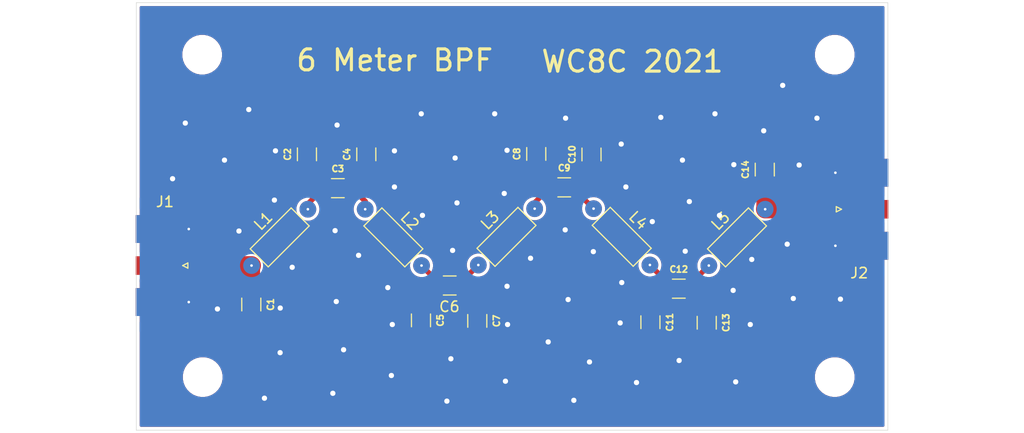
<source format=kicad_pcb>
(kicad_pcb (version 20171130) (host pcbnew "(5.1.12)-1")

  (general
    (thickness 1.6)
    (drawings 8)
    (tracks 169)
    (zones 0)
    (modules 25)
    (nets 12)
  )

  (page A4)
  (layers
    (0 F.Cu signal)
    (31 B.Cu signal)
    (32 B.Adhes user)
    (33 F.Adhes user)
    (34 B.Paste user)
    (35 F.Paste user)
    (36 B.SilkS user)
    (37 F.SilkS user)
    (38 B.Mask user)
    (39 F.Mask user)
    (40 Dwgs.User user)
    (41 Cmts.User user)
    (42 Eco1.User user)
    (43 Eco2.User user)
    (44 Edge.Cuts user)
    (45 Margin user)
    (46 B.CrtYd user)
    (47 F.CrtYd user)
    (48 B.Fab user)
    (49 F.Fab user hide)
  )

  (setup
    (last_trace_width 0.5)
    (user_trace_width 0.5)
    (user_trace_width 1.68)
    (trace_clearance 0.2)
    (zone_clearance 0.3)
    (zone_45_only yes)
    (trace_min 0.2)
    (via_size 0.8)
    (via_drill 0.4)
    (via_min_size 0.4)
    (via_min_drill 0.3)
    (user_via 2 0.5)
    (uvia_size 0.3)
    (uvia_drill 0.1)
    (uvias_allowed no)
    (uvia_min_size 0.2)
    (uvia_min_drill 0.1)
    (edge_width 0.05)
    (segment_width 0.2)
    (pcb_text_width 0.3)
    (pcb_text_size 1.5 1.5)
    (mod_edge_width 0.12)
    (mod_text_size 1 1)
    (mod_text_width 0.15)
    (pad_size 1.6 1.6)
    (pad_drill 0.25)
    (pad_to_mask_clearance 0)
    (aux_axis_origin 0 0)
    (visible_elements 7FFFFFFF)
    (pcbplotparams
      (layerselection 0x010fc_ffffffff)
      (usegerberextensions false)
      (usegerberattributes true)
      (usegerberadvancedattributes true)
      (creategerberjobfile true)
      (excludeedgelayer true)
      (linewidth 0.100000)
      (plotframeref false)
      (viasonmask false)
      (mode 1)
      (useauxorigin false)
      (hpglpennumber 1)
      (hpglpenspeed 20)
      (hpglpendiameter 15.000000)
      (psnegative false)
      (psa4output false)
      (plotreference true)
      (plotvalue true)
      (plotinvisibletext false)
      (padsonsilk false)
      (subtractmaskfromsilk false)
      (outputformat 1)
      (mirror false)
      (drillshape 1)
      (scaleselection 1)
      (outputdirectory ""))
  )

  (net 0 "")
  (net 1 GNDREF)
  (net 2 "Net-(C1-Pad1)")
  (net 3 "Net-(C3-Pad2)")
  (net 4 "Net-(C5-Pad1)")
  (net 5 "Net-(C6-Pad2)")
  (net 6 "Net-(C8-Pad1)")
  (net 7 "Net-(C10-Pad1)")
  (net 8 "Net-(C11-Pad1)")
  (net 9 "Net-(C12-Pad2)")
  (net 10 "Net-(C14-Pad1)")
  (net 11 "Net-(C2-Pad1)")

  (net_class Default "This is the default net class."
    (clearance 0.2)
    (trace_width 0.25)
    (via_dia 0.8)
    (via_drill 0.4)
    (uvia_dia 0.3)
    (uvia_drill 0.1)
    (add_net GNDREF)
    (add_net "Net-(C1-Pad1)")
    (add_net "Net-(C10-Pad1)")
    (add_net "Net-(C11-Pad1)")
    (add_net "Net-(C12-Pad2)")
    (add_net "Net-(C14-Pad1)")
    (add_net "Net-(C2-Pad1)")
    (add_net "Net-(C3-Pad2)")
    (add_net "Net-(C5-Pad1)")
    (add_net "Net-(C6-Pad2)")
    (add_net "Net-(C8-Pad1)")
  )

  (module WC8C:SMD_Combo_1206_0805 (layer F.Cu) (tedit 61AB688E) (tstamp 6020077A)
    (at 139.4499 101.473)
    (descr "Capacitor SMD 1206 (3216 Metric), square (rectangular) end terminal, IPC_7351 nominal with elongated pad for handsoldering. (Body size source: IPC-SM-782 page 76, https://www.pcb-3d.com/wordpress/wp-content/uploads/ipc-sm-782a_amendment_1_and_2.pdf), generated with kicad-footprint-generator")
    (tags "capacitor handsolder")
    (path /6020C088)
    (attr smd)
    (fp_text reference C6 (at -0.0293 2.032) (layer F.SilkS)
      (effects (font (size 1 1) (thickness 0.15)))
    )
    (fp_text value 20p (at 0 1.68) (layer F.Fab)
      (effects (font (size 1 1) (thickness 0.15)))
    )
    (fp_text user %R (at 0 0) (layer F.Fab)
      (effects (font (size 0.5 0.5) (thickness 0.08)))
    )
    (fp_line (start -1.6 0.8) (end -1.6 -0.8) (layer F.Fab) (width 0.1))
    (fp_line (start -1.6 -0.8) (end 1.6 -0.8) (layer F.Fab) (width 0.1))
    (fp_line (start 1.6 -0.8) (end 1.6 0.8) (layer F.Fab) (width 0.1))
    (fp_line (start 1.6 0.8) (end -1.6 0.8) (layer F.Fab) (width 0.1))
    (fp_line (start -0.6096 -0.91) (end 0.6096 -0.91) (layer F.SilkS) (width 0.12))
    (fp_line (start -0.6096 0.9144) (end 0.6096 0.91) (layer F.SilkS) (width 0.12))
    (fp_line (start -2.48 1.15) (end -2.48 -1.15) (layer F.CrtYd) (width 0.05))
    (fp_line (start -2.48 -1.15) (end 2.48 -1.15) (layer F.CrtYd) (width 0.05))
    (fp_line (start 2.48 -1.15) (end 2.48 1.15) (layer F.CrtYd) (width 0.05))
    (fp_line (start 2.48 1.15) (end -2.48 1.15) (layer F.CrtYd) (width 0.05))
    (pad 1 smd roundrect (at -1.3625 0) (size 1.725 1.8) (layers F.Cu F.Paste F.Mask) (roundrect_rratio 0.189)
      (net 4 "Net-(C5-Pad1)"))
    (pad 2 smd roundrect (at 1.3625 0) (size 1.725 1.8) (layers F.Cu F.Paste F.Mask) (roundrect_rratio 0.189)
      (net 5 "Net-(C6-Pad2)"))
    (model ${KISYS3DMOD}/Capacitor_SMD.3dshapes/C_1206_3216Metric.wrl
      (at (xyz 0 0 0))
      (scale (xyz 1 1 1))
      (rotate (xyz 0 0 0))
    )
  )

  (module WC8C:SMD_Combo_1206_0805 (layer F.Cu) (tedit 61AB688E) (tstamp 60200813)
    (at 169.5831 90.3895 90)
    (descr "Capacitor SMD 1206 (3216 Metric), square (rectangular) end terminal, IPC_7351 nominal with elongated pad for handsoldering. (Body size source: IPC-SM-782 page 76, https://www.pcb-3d.com/wordpress/wp-content/uploads/ipc-sm-782a_amendment_1_and_2.pdf), generated with kicad-footprint-generator")
    (tags "capacitor handsolder")
    (path /6021CF3C)
    (attr smd)
    (fp_text reference C14 (at 0 -1.85 90) (layer F.SilkS)
      (effects (font (size 0.6 0.6) (thickness 0.15)))
    )
    (fp_text value 218p (at 0 1.85 90) (layer F.Fab)
      (effects (font (size 0.6 0.6) (thickness 0.15)))
    )
    (fp_text user %R (at 0 0 90) (layer F.Fab)
      (effects (font (size 0.4 0.4) (thickness 0.1)))
    )
    (fp_line (start -1.6 0.8) (end -1.6 -0.8) (layer F.Fab) (width 0.1))
    (fp_line (start -1.6 -0.8) (end 1.6 -0.8) (layer F.Fab) (width 0.1))
    (fp_line (start 1.6 -0.8) (end 1.6 0.8) (layer F.Fab) (width 0.1))
    (fp_line (start 1.6 0.8) (end -1.6 0.8) (layer F.Fab) (width 0.1))
    (fp_line (start -0.6096 -0.91) (end 0.6096 -0.91) (layer F.SilkS) (width 0.12))
    (fp_line (start -0.6096 0.9144) (end 0.6096 0.91) (layer F.SilkS) (width 0.12))
    (fp_line (start -2.48 1.15) (end -2.48 -1.15) (layer F.CrtYd) (width 0.05))
    (fp_line (start -2.48 -1.15) (end 2.48 -1.15) (layer F.CrtYd) (width 0.05))
    (fp_line (start 2.48 -1.15) (end 2.48 1.15) (layer F.CrtYd) (width 0.05))
    (fp_line (start 2.48 1.15) (end -2.48 1.15) (layer F.CrtYd) (width 0.05))
    (pad 1 smd roundrect (at -1.3625 0 90) (size 1.725 1.8) (layers F.Cu F.Paste F.Mask) (roundrect_rratio 0.189)
      (net 10 "Net-(C14-Pad1)"))
    (pad 2 smd roundrect (at 1.3625 0 90) (size 1.725 1.8) (layers F.Cu F.Paste F.Mask) (roundrect_rratio 0.189)
      (net 1 GNDREF))
    (model ${KISYS3DMOD}/Capacitor_SMD.3dshapes/C_1206_3216Metric.wrl
      (at (xyz 0 0 0))
      (scale (xyz 1 1 1))
      (rotate (xyz 0 0 0))
    )
  )

  (module WC8C:SMD_Combo_1206_0805 (layer F.Cu) (tedit 61AB688E) (tstamp 602007F1)
    (at 164.0332 105.0378 270)
    (descr "Capacitor SMD 1206 (3216 Metric), square (rectangular) end terminal, IPC_7351 nominal with elongated pad for handsoldering. (Body size source: IPC-SM-782 page 76, https://www.pcb-3d.com/wordpress/wp-content/uploads/ipc-sm-782a_amendment_1_and_2.pdf), generated with kicad-footprint-generator")
    (tags "capacitor handsolder")
    (path /6021A76C)
    (attr smd)
    (fp_text reference C13 (at 0 -1.85 90) (layer F.SilkS)
      (effects (font (size 0.6 0.6) (thickness 0.15)))
    )
    (fp_text value 104.7p (at 0 1.85 90) (layer F.Fab)
      (effects (font (size 0.6 0.6) (thickness 0.15)))
    )
    (fp_text user %R (at 0 0 90) (layer F.Fab)
      (effects (font (size 0.4 0.4) (thickness 0.1)))
    )
    (fp_line (start -1.6 0.8) (end -1.6 -0.8) (layer F.Fab) (width 0.1))
    (fp_line (start -1.6 -0.8) (end 1.6 -0.8) (layer F.Fab) (width 0.1))
    (fp_line (start 1.6 -0.8) (end 1.6 0.8) (layer F.Fab) (width 0.1))
    (fp_line (start 1.6 0.8) (end -1.6 0.8) (layer F.Fab) (width 0.1))
    (fp_line (start -0.6096 -0.91) (end 0.6096 -0.91) (layer F.SilkS) (width 0.12))
    (fp_line (start -0.6096 0.9144) (end 0.6096 0.91) (layer F.SilkS) (width 0.12))
    (fp_line (start -2.48 1.15) (end -2.48 -1.15) (layer F.CrtYd) (width 0.05))
    (fp_line (start -2.48 -1.15) (end 2.48 -1.15) (layer F.CrtYd) (width 0.05))
    (fp_line (start 2.48 -1.15) (end 2.48 1.15) (layer F.CrtYd) (width 0.05))
    (fp_line (start 2.48 1.15) (end -2.48 1.15) (layer F.CrtYd) (width 0.05))
    (pad 1 smd roundrect (at -1.3625 0 270) (size 1.725 1.8) (layers F.Cu F.Paste F.Mask) (roundrect_rratio 0.189)
      (net 9 "Net-(C12-Pad2)"))
    (pad 2 smd roundrect (at 1.3625 0 270) (size 1.725 1.8) (layers F.Cu F.Paste F.Mask) (roundrect_rratio 0.189)
      (net 1 GNDREF))
    (model ${KISYS3DMOD}/Capacitor_SMD.3dshapes/C_1206_3216Metric.wrl
      (at (xyz 0 0 0))
      (scale (xyz 1 1 1))
      (rotate (xyz 0 0 0))
    )
  )

  (module WC8C:SMD_Combo_1206_0805 (layer F.Cu) (tedit 61AB688E) (tstamp 602007E0)
    (at 161.3626 101.7778)
    (descr "Capacitor SMD 1206 (3216 Metric), square (rectangular) end terminal, IPC_7351 nominal with elongated pad for handsoldering. (Body size source: IPC-SM-782 page 76, https://www.pcb-3d.com/wordpress/wp-content/uploads/ipc-sm-782a_amendment_1_and_2.pdf), generated with kicad-footprint-generator")
    (tags "capacitor handsolder")
    (path /6021A781)
    (attr smd)
    (fp_text reference C12 (at 0 -1.85) (layer F.SilkS)
      (effects (font (size 0.6 0.6) (thickness 0.15)))
    )
    (fp_text value 20p (at 0 1.85) (layer F.Fab)
      (effects (font (size 0.6 0.6) (thickness 0.15)))
    )
    (fp_text user %R (at 0 0) (layer F.Fab)
      (effects (font (size 0.4 0.4) (thickness 0.1)))
    )
    (fp_line (start -1.6 0.8) (end -1.6 -0.8) (layer F.Fab) (width 0.1))
    (fp_line (start -1.6 -0.8) (end 1.6 -0.8) (layer F.Fab) (width 0.1))
    (fp_line (start 1.6 -0.8) (end 1.6 0.8) (layer F.Fab) (width 0.1))
    (fp_line (start 1.6 0.8) (end -1.6 0.8) (layer F.Fab) (width 0.1))
    (fp_line (start -0.6096 -0.91) (end 0.6096 -0.91) (layer F.SilkS) (width 0.12))
    (fp_line (start -0.6096 0.9144) (end 0.6096 0.91) (layer F.SilkS) (width 0.12))
    (fp_line (start -2.48 1.15) (end -2.48 -1.15) (layer F.CrtYd) (width 0.05))
    (fp_line (start -2.48 -1.15) (end 2.48 -1.15) (layer F.CrtYd) (width 0.05))
    (fp_line (start 2.48 -1.15) (end 2.48 1.15) (layer F.CrtYd) (width 0.05))
    (fp_line (start 2.48 1.15) (end -2.48 1.15) (layer F.CrtYd) (width 0.05))
    (pad 1 smd roundrect (at -1.3625 0) (size 1.725 1.8) (layers F.Cu F.Paste F.Mask) (roundrect_rratio 0.189)
      (net 8 "Net-(C11-Pad1)"))
    (pad 2 smd roundrect (at 1.3625 0) (size 1.725 1.8) (layers F.Cu F.Paste F.Mask) (roundrect_rratio 0.189)
      (net 9 "Net-(C12-Pad2)"))
    (model ${KISYS3DMOD}/Capacitor_SMD.3dshapes/C_1206_3216Metric.wrl
      (at (xyz 0 0 0))
      (scale (xyz 1 1 1))
      (rotate (xyz 0 0 0))
    )
  )

  (module WC8C:SMD_Combo_1206_0805 (layer F.Cu) (tedit 61AB688E) (tstamp 602007CF)
    (at 158.6484 104.987 270)
    (descr "Capacitor SMD 1206 (3216 Metric), square (rectangular) end terminal, IPC_7351 nominal with elongated pad for handsoldering. (Body size source: IPC-SM-782 page 76, https://www.pcb-3d.com/wordpress/wp-content/uploads/ipc-sm-782a_amendment_1_and_2.pdf), generated with kicad-footprint-generator")
    (tags "capacitor handsolder")
    (path /6021A776)
    (attr smd)
    (fp_text reference C11 (at 0 -1.85 90) (layer F.SilkS)
      (effects (font (size 0.6 0.6) (thickness 0.15)))
    )
    (fp_text value 143pp (at 0 1.85 90) (layer F.Fab)
      (effects (font (size 0.6 0.6) (thickness 0.15)))
    )
    (fp_text user %R (at 0 0 90) (layer F.Fab)
      (effects (font (size 0.4 0.4) (thickness 0.1)))
    )
    (fp_line (start -1.6 0.8) (end -1.6 -0.8) (layer F.Fab) (width 0.1))
    (fp_line (start -1.6 -0.8) (end 1.6 -0.8) (layer F.Fab) (width 0.1))
    (fp_line (start 1.6 -0.8) (end 1.6 0.8) (layer F.Fab) (width 0.1))
    (fp_line (start 1.6 0.8) (end -1.6 0.8) (layer F.Fab) (width 0.1))
    (fp_line (start -0.6096 -0.91) (end 0.6096 -0.91) (layer F.SilkS) (width 0.12))
    (fp_line (start -0.6096 0.9144) (end 0.6096 0.91) (layer F.SilkS) (width 0.12))
    (fp_line (start -2.48 1.15) (end -2.48 -1.15) (layer F.CrtYd) (width 0.05))
    (fp_line (start -2.48 -1.15) (end 2.48 -1.15) (layer F.CrtYd) (width 0.05))
    (fp_line (start 2.48 -1.15) (end 2.48 1.15) (layer F.CrtYd) (width 0.05))
    (fp_line (start 2.48 1.15) (end -2.48 1.15) (layer F.CrtYd) (width 0.05))
    (pad 1 smd roundrect (at -1.3625 0 270) (size 1.725 1.8) (layers F.Cu F.Paste F.Mask) (roundrect_rratio 0.189)
      (net 8 "Net-(C11-Pad1)"))
    (pad 2 smd roundrect (at 1.3625 0 270) (size 1.725 1.8) (layers F.Cu F.Paste F.Mask) (roundrect_rratio 0.189)
      (net 1 GNDREF))
    (model ${KISYS3DMOD}/Capacitor_SMD.3dshapes/C_1206_3216Metric.wrl
      (at (xyz 0 0 0))
      (scale (xyz 1 1 1))
      (rotate (xyz 0 0 0))
    )
  )

  (module WC8C:SMD_Combo_1206_0805 (layer F.Cu) (tedit 61AB688E) (tstamp 602007BE)
    (at 153.0096 88.942 90)
    (descr "Capacitor SMD 1206 (3216 Metric), square (rectangular) end terminal, IPC_7351 nominal with elongated pad for handsoldering. (Body size source: IPC-SM-782 page 76, https://www.pcb-3d.com/wordpress/wp-content/uploads/ipc-sm-782a_amendment_1_and_2.pdf), generated with kicad-footprint-generator")
    (tags "capacitor handsolder")
    (path /60217125)
    (attr smd)
    (fp_text reference C10 (at 0 -1.85 90) (layer F.SilkS)
      (effects (font (size 0.6 0.6) (thickness 0.15)))
    )
    (fp_text value 143p (at 0 1.85 90) (layer F.Fab)
      (effects (font (size 0.6 0.6) (thickness 0.15)))
    )
    (fp_text user %R (at 0 0 90) (layer F.Fab)
      (effects (font (size 0.4 0.4) (thickness 0.1)))
    )
    (fp_line (start -1.6 0.8) (end -1.6 -0.8) (layer F.Fab) (width 0.1))
    (fp_line (start -1.6 -0.8) (end 1.6 -0.8) (layer F.Fab) (width 0.1))
    (fp_line (start 1.6 -0.8) (end 1.6 0.8) (layer F.Fab) (width 0.1))
    (fp_line (start 1.6 0.8) (end -1.6 0.8) (layer F.Fab) (width 0.1))
    (fp_line (start -0.6096 -0.91) (end 0.6096 -0.91) (layer F.SilkS) (width 0.12))
    (fp_line (start -0.6096 0.9144) (end 0.6096 0.91) (layer F.SilkS) (width 0.12))
    (fp_line (start -2.48 1.15) (end -2.48 -1.15) (layer F.CrtYd) (width 0.05))
    (fp_line (start -2.48 -1.15) (end 2.48 -1.15) (layer F.CrtYd) (width 0.05))
    (fp_line (start 2.48 -1.15) (end 2.48 1.15) (layer F.CrtYd) (width 0.05))
    (fp_line (start 2.48 1.15) (end -2.48 1.15) (layer F.CrtYd) (width 0.05))
    (pad 1 smd roundrect (at -1.3625 0 90) (size 1.725 1.8) (layers F.Cu F.Paste F.Mask) (roundrect_rratio 0.189)
      (net 7 "Net-(C10-Pad1)"))
    (pad 2 smd roundrect (at 1.3625 0 90) (size 1.725 1.8) (layers F.Cu F.Paste F.Mask) (roundrect_rratio 0.189)
      (net 1 GNDREF))
    (model ${KISYS3DMOD}/Capacitor_SMD.3dshapes/C_1206_3216Metric.wrl
      (at (xyz 0 0 0))
      (scale (xyz 1 1 1))
      (rotate (xyz 0 0 0))
    )
  )

  (module WC8C:SMD_Combo_1206_0805 (layer F.Cu) (tedit 61AB688E) (tstamp 602007AD)
    (at 150.4025 92.0877)
    (descr "Capacitor SMD 1206 (3216 Metric), square (rectangular) end terminal, IPC_7351 nominal with elongated pad for handsoldering. (Body size source: IPC-SM-782 page 76, https://www.pcb-3d.com/wordpress/wp-content/uploads/ipc-sm-782a_amendment_1_and_2.pdf), generated with kicad-footprint-generator")
    (tags "capacitor handsolder")
    (path /6021713A)
    (attr smd)
    (fp_text reference C9 (at 0 -1.85) (layer F.SilkS)
      (effects (font (size 0.6 0.6) (thickness 0.15)))
    )
    (fp_text value 20p (at 0 1.85) (layer F.Fab)
      (effects (font (size 0.6 0.6) (thickness 0.15)))
    )
    (fp_text user %R (at 0 0) (layer F.Fab)
      (effects (font (size 0.4 0.4) (thickness 0.1)))
    )
    (fp_line (start -1.6 0.8) (end -1.6 -0.8) (layer F.Fab) (width 0.1))
    (fp_line (start -1.6 -0.8) (end 1.6 -0.8) (layer F.Fab) (width 0.1))
    (fp_line (start 1.6 -0.8) (end 1.6 0.8) (layer F.Fab) (width 0.1))
    (fp_line (start 1.6 0.8) (end -1.6 0.8) (layer F.Fab) (width 0.1))
    (fp_line (start -0.6096 -0.91) (end 0.6096 -0.91) (layer F.SilkS) (width 0.12))
    (fp_line (start -0.6096 0.9144) (end 0.6096 0.91) (layer F.SilkS) (width 0.12))
    (fp_line (start -2.48 1.15) (end -2.48 -1.15) (layer F.CrtYd) (width 0.05))
    (fp_line (start -2.48 -1.15) (end 2.48 -1.15) (layer F.CrtYd) (width 0.05))
    (fp_line (start 2.48 -1.15) (end 2.48 1.15) (layer F.CrtYd) (width 0.05))
    (fp_line (start 2.48 1.15) (end -2.48 1.15) (layer F.CrtYd) (width 0.05))
    (pad 1 smd roundrect (at -1.3625 0) (size 1.725 1.8) (layers F.Cu F.Paste F.Mask) (roundrect_rratio 0.189)
      (net 6 "Net-(C8-Pad1)"))
    (pad 2 smd roundrect (at 1.3625 0) (size 1.725 1.8) (layers F.Cu F.Paste F.Mask) (roundrect_rratio 0.189)
      (net 7 "Net-(C10-Pad1)"))
    (model ${KISYS3DMOD}/Capacitor_SMD.3dshapes/C_1206_3216Metric.wrl
      (at (xyz 0 0 0))
      (scale (xyz 1 1 1))
      (rotate (xyz 0 0 0))
    )
  )

  (module WC8C:SMD_Combo_1206_0805 (layer F.Cu) (tedit 61AB688E) (tstamp 6020079C)
    (at 147.7264 88.8912 90)
    (descr "Capacitor SMD 1206 (3216 Metric), square (rectangular) end terminal, IPC_7351 nominal with elongated pad for handsoldering. (Body size source: IPC-SM-782 page 76, https://www.pcb-3d.com/wordpress/wp-content/uploads/ipc-sm-782a_amendment_1_and_2.pdf), generated with kicad-footprint-generator")
    (tags "capacitor handsolder")
    (path /6021712F)
    (attr smd)
    (fp_text reference C8 (at 0 -1.85 90) (layer F.SilkS)
      (effects (font (size 0.6 0.6) (thickness 0.15)))
    )
    (fp_text value 143p (at 0 1.85 90) (layer F.Fab)
      (effects (font (size 0.6 0.6) (thickness 0.15)))
    )
    (fp_text user %R (at 0 0 90) (layer F.Fab)
      (effects (font (size 0.4 0.4) (thickness 0.1)))
    )
    (fp_line (start -1.6 0.8) (end -1.6 -0.8) (layer F.Fab) (width 0.1))
    (fp_line (start -1.6 -0.8) (end 1.6 -0.8) (layer F.Fab) (width 0.1))
    (fp_line (start 1.6 -0.8) (end 1.6 0.8) (layer F.Fab) (width 0.1))
    (fp_line (start 1.6 0.8) (end -1.6 0.8) (layer F.Fab) (width 0.1))
    (fp_line (start -0.6096 -0.91) (end 0.6096 -0.91) (layer F.SilkS) (width 0.12))
    (fp_line (start -0.6096 0.9144) (end 0.6096 0.91) (layer F.SilkS) (width 0.12))
    (fp_line (start -2.48 1.15) (end -2.48 -1.15) (layer F.CrtYd) (width 0.05))
    (fp_line (start -2.48 -1.15) (end 2.48 -1.15) (layer F.CrtYd) (width 0.05))
    (fp_line (start 2.48 -1.15) (end 2.48 1.15) (layer F.CrtYd) (width 0.05))
    (fp_line (start 2.48 1.15) (end -2.48 1.15) (layer F.CrtYd) (width 0.05))
    (pad 1 smd roundrect (at -1.3625 0 90) (size 1.725 1.8) (layers F.Cu F.Paste F.Mask) (roundrect_rratio 0.189)
      (net 6 "Net-(C8-Pad1)"))
    (pad 2 smd roundrect (at 1.3625 0 90) (size 1.725 1.8) (layers F.Cu F.Paste F.Mask) (roundrect_rratio 0.189)
      (net 1 GNDREF))
    (model ${KISYS3DMOD}/Capacitor_SMD.3dshapes/C_1206_3216Metric.wrl
      (at (xyz 0 0 0))
      (scale (xyz 1 1 1))
      (rotate (xyz 0 0 0))
    )
  )

  (module WC8C:SMD_Combo_1206_0805 (layer F.Cu) (tedit 61AB688E) (tstamp 6026C4CC)
    (at 142.0876 104.86 270)
    (descr "Capacitor SMD 1206 (3216 Metric), square (rectangular) end terminal, IPC_7351 nominal with elongated pad for handsoldering. (Body size source: IPC-SM-782 page 76, https://www.pcb-3d.com/wordpress/wp-content/uploads/ipc-sm-782a_amendment_1_and_2.pdf), generated with kicad-footprint-generator")
    (tags "capacitor handsolder")
    (path /6020C072)
    (attr smd)
    (fp_text reference C7 (at 0 -1.85 90) (layer F.SilkS)
      (effects (font (size 0.6 0.6) (thickness 0.15)))
    )
    (fp_text value 143p (at 0 1.85 90) (layer F.Fab)
      (effects (font (size 0.6 0.6) (thickness 0.15)))
    )
    (fp_text user %R (at 0 0 90) (layer F.Fab)
      (effects (font (size 0.4 0.4) (thickness 0.1)))
    )
    (fp_line (start -1.6 0.8) (end -1.6 -0.8) (layer F.Fab) (width 0.1))
    (fp_line (start -1.6 -0.8) (end 1.6 -0.8) (layer F.Fab) (width 0.1))
    (fp_line (start 1.6 -0.8) (end 1.6 0.8) (layer F.Fab) (width 0.1))
    (fp_line (start 1.6 0.8) (end -1.6 0.8) (layer F.Fab) (width 0.1))
    (fp_line (start -0.6096 -0.91) (end 0.6096 -0.91) (layer F.SilkS) (width 0.12))
    (fp_line (start -0.6096 0.9144) (end 0.6096 0.91) (layer F.SilkS) (width 0.12))
    (fp_line (start -2.48 1.15) (end -2.48 -1.15) (layer F.CrtYd) (width 0.05))
    (fp_line (start -2.48 -1.15) (end 2.48 -1.15) (layer F.CrtYd) (width 0.05))
    (fp_line (start 2.48 -1.15) (end 2.48 1.15) (layer F.CrtYd) (width 0.05))
    (fp_line (start 2.48 1.15) (end -2.48 1.15) (layer F.CrtYd) (width 0.05))
    (pad 1 smd roundrect (at -1.3625 0 270) (size 1.725 1.8) (layers F.Cu F.Paste F.Mask) (roundrect_rratio 0.189)
      (net 5 "Net-(C6-Pad2)"))
    (pad 2 smd roundrect (at 1.3625 0 270) (size 1.725 1.8) (layers F.Cu F.Paste F.Mask) (roundrect_rratio 0.189)
      (net 1 GNDREF))
    (model ${KISYS3DMOD}/Capacitor_SMD.3dshapes/C_1206_3216Metric.wrl
      (at (xyz 0 0 0))
      (scale (xyz 1 1 1))
      (rotate (xyz 0 0 0))
    )
  )

  (module WC8C:SMD_Combo_1206_0805 (layer F.Cu) (tedit 61AB688E) (tstamp 60200769)
    (at 136.7028 104.8092 270)
    (descr "Capacitor SMD 1206 (3216 Metric), square (rectangular) end terminal, IPC_7351 nominal with elongated pad for handsoldering. (Body size source: IPC-SM-782 page 76, https://www.pcb-3d.com/wordpress/wp-content/uploads/ipc-sm-782a_amendment_1_and_2.pdf), generated with kicad-footprint-generator")
    (tags "capacitor handsolder")
    (path /6020C07C)
    (attr smd)
    (fp_text reference C5 (at 0 -1.85 90) (layer F.SilkS)
      (effects (font (size 0.6 0.6) (thickness 0.15)))
    )
    (fp_text value 143p (at 0 1.85 90) (layer F.Fab)
      (effects (font (size 0.6 0.6) (thickness 0.15)))
    )
    (fp_text user %R (at 0 0 90) (layer F.Fab)
      (effects (font (size 0.4 0.4) (thickness 0.1)))
    )
    (fp_line (start -1.6 0.8) (end -1.6 -0.8) (layer F.Fab) (width 0.1))
    (fp_line (start -1.6 -0.8) (end 1.6 -0.8) (layer F.Fab) (width 0.1))
    (fp_line (start 1.6 -0.8) (end 1.6 0.8) (layer F.Fab) (width 0.1))
    (fp_line (start 1.6 0.8) (end -1.6 0.8) (layer F.Fab) (width 0.1))
    (fp_line (start -0.6096 -0.91) (end 0.6096 -0.91) (layer F.SilkS) (width 0.12))
    (fp_line (start -0.6096 0.9144) (end 0.6096 0.91) (layer F.SilkS) (width 0.12))
    (fp_line (start -2.48 1.15) (end -2.48 -1.15) (layer F.CrtYd) (width 0.05))
    (fp_line (start -2.48 -1.15) (end 2.48 -1.15) (layer F.CrtYd) (width 0.05))
    (fp_line (start 2.48 -1.15) (end 2.48 1.15) (layer F.CrtYd) (width 0.05))
    (fp_line (start 2.48 1.15) (end -2.48 1.15) (layer F.CrtYd) (width 0.05))
    (pad 1 smd roundrect (at -1.3625 0 270) (size 1.725 1.8) (layers F.Cu F.Paste F.Mask) (roundrect_rratio 0.189)
      (net 4 "Net-(C5-Pad1)"))
    (pad 2 smd roundrect (at 1.3625 0 270) (size 1.725 1.8) (layers F.Cu F.Paste F.Mask) (roundrect_rratio 0.189)
      (net 1 GNDREF))
    (model ${KISYS3DMOD}/Capacitor_SMD.3dshapes/C_1206_3216Metric.wrl
      (at (xyz 0 0 0))
      (scale (xyz 1 1 1))
      (rotate (xyz 0 0 0))
    )
  )

  (module WC8C:SMD_Combo_1206_0805 (layer F.Cu) (tedit 61AB688E) (tstamp 60200758)
    (at 131.4704 88.929 90)
    (descr "Capacitor SMD 1206 (3216 Metric), square (rectangular) end terminal, IPC_7351 nominal with elongated pad for handsoldering. (Body size source: IPC-SM-782 page 76, https://www.pcb-3d.com/wordpress/wp-content/uploads/ipc-sm-782a_amendment_1_and_2.pdf), generated with kicad-footprint-generator")
    (tags "capacitor handsolder")
    (path /602366C5)
    (attr smd)
    (fp_text reference C4 (at 0 -1.85 90) (layer F.SilkS)
      (effects (font (size 0.6 0.6) (thickness 0.15)))
    )
    (fp_text value 143p (at 0 1.85 90) (layer F.Fab)
      (effects (font (size 0.6 0.6) (thickness 0.15)))
    )
    (fp_text user %R (at 0 0 90) (layer F.Fab)
      (effects (font (size 0.4 0.4) (thickness 0.1)))
    )
    (fp_line (start -1.6 0.8) (end -1.6 -0.8) (layer F.Fab) (width 0.1))
    (fp_line (start -1.6 -0.8) (end 1.6 -0.8) (layer F.Fab) (width 0.1))
    (fp_line (start 1.6 -0.8) (end 1.6 0.8) (layer F.Fab) (width 0.1))
    (fp_line (start 1.6 0.8) (end -1.6 0.8) (layer F.Fab) (width 0.1))
    (fp_line (start -0.6096 -0.91) (end 0.6096 -0.91) (layer F.SilkS) (width 0.12))
    (fp_line (start -0.6096 0.9144) (end 0.6096 0.91) (layer F.SilkS) (width 0.12))
    (fp_line (start -2.48 1.15) (end -2.48 -1.15) (layer F.CrtYd) (width 0.05))
    (fp_line (start -2.48 -1.15) (end 2.48 -1.15) (layer F.CrtYd) (width 0.05))
    (fp_line (start 2.48 -1.15) (end 2.48 1.15) (layer F.CrtYd) (width 0.05))
    (fp_line (start 2.48 1.15) (end -2.48 1.15) (layer F.CrtYd) (width 0.05))
    (pad 1 smd roundrect (at -1.3625 0 90) (size 1.725 1.8) (layers F.Cu F.Paste F.Mask) (roundrect_rratio 0.189)
      (net 3 "Net-(C3-Pad2)"))
    (pad 2 smd roundrect (at 1.3625 0 90) (size 1.725 1.8) (layers F.Cu F.Paste F.Mask) (roundrect_rratio 0.189)
      (net 1 GNDREF))
    (model ${KISYS3DMOD}/Capacitor_SMD.3dshapes/C_1206_3216Metric.wrl
      (at (xyz 0 0 0))
      (scale (xyz 1 1 1))
      (rotate (xyz 0 0 0))
    )
  )

  (module WC8C:SMD_Combo_1206_0805 (layer F.Cu) (tedit 61AB688E) (tstamp 60200747)
    (at 128.749 92.1639)
    (descr "Capacitor SMD 1206 (3216 Metric), square (rectangular) end terminal, IPC_7351 nominal with elongated pad for handsoldering. (Body size source: IPC-SM-782 page 76, https://www.pcb-3d.com/wordpress/wp-content/uploads/ipc-sm-782a_amendment_1_and_2.pdf), generated with kicad-footprint-generator")
    (tags "capacitor handsolder")
    (path /60201597)
    (attr smd)
    (fp_text reference C3 (at 0 -1.85) (layer F.SilkS)
      (effects (font (size 0.6 0.6) (thickness 0.15)))
    )
    (fp_text value 20p (at 0 1.85) (layer F.Fab)
      (effects (font (size 0.6 0.6) (thickness 0.15)))
    )
    (fp_text user %R (at 0 0) (layer F.Fab)
      (effects (font (size 0.4 0.4) (thickness 0.1)))
    )
    (fp_line (start -1.6 0.8) (end -1.6 -0.8) (layer F.Fab) (width 0.1))
    (fp_line (start -1.6 -0.8) (end 1.6 -0.8) (layer F.Fab) (width 0.1))
    (fp_line (start 1.6 -0.8) (end 1.6 0.8) (layer F.Fab) (width 0.1))
    (fp_line (start 1.6 0.8) (end -1.6 0.8) (layer F.Fab) (width 0.1))
    (fp_line (start -0.6096 -0.91) (end 0.6096 -0.91) (layer F.SilkS) (width 0.12))
    (fp_line (start -0.6096 0.9144) (end 0.6096 0.91) (layer F.SilkS) (width 0.12))
    (fp_line (start -2.48 1.15) (end -2.48 -1.15) (layer F.CrtYd) (width 0.05))
    (fp_line (start -2.48 -1.15) (end 2.48 -1.15) (layer F.CrtYd) (width 0.05))
    (fp_line (start 2.48 -1.15) (end 2.48 1.15) (layer F.CrtYd) (width 0.05))
    (fp_line (start 2.48 1.15) (end -2.48 1.15) (layer F.CrtYd) (width 0.05))
    (pad 1 smd roundrect (at -1.3625 0) (size 1.725 1.8) (layers F.Cu F.Paste F.Mask) (roundrect_rratio 0.189)
      (net 11 "Net-(C2-Pad1)"))
    (pad 2 smd roundrect (at 1.3625 0) (size 1.725 1.8) (layers F.Cu F.Paste F.Mask) (roundrect_rratio 0.189)
      (net 3 "Net-(C3-Pad2)"))
    (model ${KISYS3DMOD}/Capacitor_SMD.3dshapes/C_1206_3216Metric.wrl
      (at (xyz 0 0 0))
      (scale (xyz 1 1 1))
      (rotate (xyz 0 0 0))
    )
  )

  (module WC8C:SMD_Combo_1206_0805 (layer F.Cu) (tedit 61AB688E) (tstamp 60200736)
    (at 125.7935 88.929 90)
    (descr "Capacitor SMD 1206 (3216 Metric), square (rectangular) end terminal, IPC_7351 nominal with elongated pad for handsoldering. (Body size source: IPC-SM-782 page 76, https://www.pcb-3d.com/wordpress/wp-content/uploads/ipc-sm-782a_amendment_1_and_2.pdf), generated with kicad-footprint-generator")
    (tags "capacitor handsolder")
    (path /60236C70)
    (attr smd)
    (fp_text reference C2 (at 0 -1.85 90) (layer F.SilkS)
      (effects (font (size 0.6 0.6) (thickness 0.15)))
    )
    (fp_text value 104.7p (at 0 1.85 90) (layer F.Fab)
      (effects (font (size 0.6 0.6) (thickness 0.15)))
    )
    (fp_text user %R (at 0 0 90) (layer F.Fab)
      (effects (font (size 0.4 0.4) (thickness 0.1)))
    )
    (fp_line (start -1.6 0.8) (end -1.6 -0.8) (layer F.Fab) (width 0.1))
    (fp_line (start -1.6 -0.8) (end 1.6 -0.8) (layer F.Fab) (width 0.1))
    (fp_line (start 1.6 -0.8) (end 1.6 0.8) (layer F.Fab) (width 0.1))
    (fp_line (start 1.6 0.8) (end -1.6 0.8) (layer F.Fab) (width 0.1))
    (fp_line (start -0.6096 -0.91) (end 0.6096 -0.91) (layer F.SilkS) (width 0.12))
    (fp_line (start -0.6096 0.9144) (end 0.6096 0.91) (layer F.SilkS) (width 0.12))
    (fp_line (start -2.48 1.15) (end -2.48 -1.15) (layer F.CrtYd) (width 0.05))
    (fp_line (start -2.48 -1.15) (end 2.48 -1.15) (layer F.CrtYd) (width 0.05))
    (fp_line (start 2.48 -1.15) (end 2.48 1.15) (layer F.CrtYd) (width 0.05))
    (fp_line (start 2.48 1.15) (end -2.48 1.15) (layer F.CrtYd) (width 0.05))
    (pad 1 smd roundrect (at -1.3625 0 90) (size 1.725 1.8) (layers F.Cu F.Paste F.Mask) (roundrect_rratio 0.189)
      (net 11 "Net-(C2-Pad1)"))
    (pad 2 smd roundrect (at 1.3625 0 90) (size 1.725 1.8) (layers F.Cu F.Paste F.Mask) (roundrect_rratio 0.189)
      (net 1 GNDREF))
    (model ${KISYS3DMOD}/Capacitor_SMD.3dshapes/C_1206_3216Metric.wrl
      (at (xyz 0 0 0))
      (scale (xyz 1 1 1))
      (rotate (xyz 0 0 0))
    )
  )

  (module WC8C:SMD_Combo_1206_0805 (layer F.Cu) (tedit 61AB688E) (tstamp 60200714)
    (at 120.4722 103.2927 270)
    (descr "Capacitor SMD 1206 (3216 Metric), square (rectangular) end terminal, IPC_7351 nominal with elongated pad for handsoldering. (Body size source: IPC-SM-782 page 76, https://www.pcb-3d.com/wordpress/wp-content/uploads/ipc-sm-782a_amendment_1_and_2.pdf), generated with kicad-footprint-generator")
    (tags "capacitor handsolder")
    (path /60235019)
    (attr smd)
    (fp_text reference C1 (at 0 -1.85 90) (layer F.SilkS)
      (effects (font (size 0.6 0.6) (thickness 0.15)))
    )
    (fp_text value 218p (at 0 1.85 90) (layer F.Fab)
      (effects (font (size 0.6 0.6) (thickness 0.15)))
    )
    (fp_text user %R (at 0 0 90) (layer F.Fab)
      (effects (font (size 0.4 0.4) (thickness 0.1)))
    )
    (fp_line (start -1.6 0.8) (end -1.6 -0.8) (layer F.Fab) (width 0.1))
    (fp_line (start -1.6 -0.8) (end 1.6 -0.8) (layer F.Fab) (width 0.1))
    (fp_line (start 1.6 -0.8) (end 1.6 0.8) (layer F.Fab) (width 0.1))
    (fp_line (start 1.6 0.8) (end -1.6 0.8) (layer F.Fab) (width 0.1))
    (fp_line (start -0.6096 -0.91) (end 0.6096 -0.91) (layer F.SilkS) (width 0.12))
    (fp_line (start -0.6096 0.9144) (end 0.6096 0.91) (layer F.SilkS) (width 0.12))
    (fp_line (start -2.48 1.15) (end -2.48 -1.15) (layer F.CrtYd) (width 0.05))
    (fp_line (start -2.48 -1.15) (end 2.48 -1.15) (layer F.CrtYd) (width 0.05))
    (fp_line (start 2.48 -1.15) (end 2.48 1.15) (layer F.CrtYd) (width 0.05))
    (fp_line (start 2.48 1.15) (end -2.48 1.15) (layer F.CrtYd) (width 0.05))
    (pad 1 smd roundrect (at -1.3625 0 270) (size 1.725 1.8) (layers F.Cu F.Paste F.Mask) (roundrect_rratio 0.189)
      (net 2 "Net-(C1-Pad1)"))
    (pad 2 smd roundrect (at 1.3625 0 270) (size 1.725 1.8) (layers F.Cu F.Paste F.Mask) (roundrect_rratio 0.189)
      (net 1 GNDREF))
    (model ${KISYS3DMOD}/Capacitor_SMD.3dshapes/C_1206_3216Metric.wrl
      (at (xyz 0 0 0))
      (scale (xyz 1 1 1))
      (rotate (xyz 0 0 0))
    )
  )

  (module MountingHole:MountingHole_3.2mm_M3 (layer F.Cu) (tedit 56D1B4CB) (tstamp 6044FE46)
    (at 115.7732 79.4004)
    (descr "Mounting Hole 3.2mm, no annular, M3")
    (tags "mounting hole 3.2mm no annular m3")
    (attr virtual)
    (fp_text reference " " (at 0 -4.2) (layer F.SilkS) hide
      (effects (font (size 1 1) (thickness 0.15)))
    )
    (fp_text value MountingHole_3.2mm_M3 (at 0 4.2) (layer F.Fab)
      (effects (font (size 1 1) (thickness 0.15)))
    )
    (fp_circle (center 0 0) (end 3.2 0) (layer Cmts.User) (width 0.15))
    (fp_circle (center 0 0) (end 3.45 0) (layer F.CrtYd) (width 0.05))
    (fp_text user %R (at 0.3 0) (layer F.Fab)
      (effects (font (size 1 1) (thickness 0.15)))
    )
    (pad 1 np_thru_hole circle (at 0 0) (size 3.2 3.2) (drill 3.2) (layers *.Cu *.Mask))
  )

  (module MountingHole:MountingHole_3.2mm_M3 (layer F.Cu) (tedit 56D1B4CB) (tstamp 605C9768)
    (at 176.276 79.4004)
    (descr "Mounting Hole 3.2mm, no annular, M3")
    (tags "mounting hole 3.2mm no annular m3")
    (attr virtual)
    (fp_text reference " " (at 0 -4.2) (layer F.SilkS) hide
      (effects (font (size 1 1) (thickness 0.15)))
    )
    (fp_text value MountingHole_3.2mm_M3 (at 0 4.2) (layer F.Fab)
      (effects (font (size 1 1) (thickness 0.15)))
    )
    (fp_circle (center 0 0) (end 3.45 0) (layer F.CrtYd) (width 0.05))
    (fp_circle (center 0 0) (end 3.2 0) (layer Cmts.User) (width 0.15))
    (fp_text user %R (at 0.3 0) (layer F.Fab)
      (effects (font (size 1 1) (thickness 0.15)))
    )
    (pad 1 np_thru_hole circle (at 0 0) (size 3.2 3.2) (drill 3.2) (layers *.Cu *.Mask))
  )

  (module MountingHole:MountingHole_3.2mm_M3 (layer F.Cu) (tedit 56D1B4CB) (tstamp 605C8D96)
    (at 176.276 110.236)
    (descr "Mounting Hole 3.2mm, no annular, M3")
    (tags "mounting hole 3.2mm no annular m3")
    (attr virtual)
    (fp_text reference " " (at 0 -4.2) (layer F.SilkS) hide
      (effects (font (size 1 1) (thickness 0.15)))
    )
    (fp_text value MountingHole_3.2mm_M3 (at 0 4.2) (layer F.Fab)
      (effects (font (size 1 1) (thickness 0.15)))
    )
    (fp_circle (center 0 0) (end 3.2 0) (layer Cmts.User) (width 0.15))
    (fp_circle (center 0 0) (end 3.45 0) (layer F.CrtYd) (width 0.05))
    (fp_text user %R (at 0.3 0) (layer F.Fab)
      (effects (font (size 1 1) (thickness 0.15)))
    )
    (pad 1 np_thru_hole circle (at 0 0) (size 3.2 3.2) (drill 3.2) (layers *.Cu *.Mask))
  )

  (module MountingHole:MountingHole_3.2mm_M3 (layer F.Cu) (tedit 56D1B4CB) (tstamp 6044FDD6)
    (at 115.824 110.236)
    (descr "Mounting Hole 3.2mm, no annular, M3")
    (tags "mounting hole 3.2mm no annular m3")
    (attr virtual)
    (fp_text reference " " (at 0 -4.2) (layer F.SilkS) hide
      (effects (font (size 1 1) (thickness 0.15)))
    )
    (fp_text value MountingHole_3.2mm_M3 (at 0 4.2) (layer F.Fab)
      (effects (font (size 1 1) (thickness 0.15)))
    )
    (fp_circle (center 0 0) (end 3.45 0) (layer F.CrtYd) (width 0.05))
    (fp_circle (center 0 0) (end 3.2 0) (layer Cmts.User) (width 0.15))
    (fp_text user %R (at 0.3 0) (layer F.Fab)
      (effects (font (size 1 1) (thickness 0.15)))
    )
    (pad 1 np_thru_hole circle (at 0 0) (size 3.2 3.2) (drill 3.2) (layers *.Cu *.Mask))
  )

  (module Connector_Coaxial:SMA_Molex_73251-2120_EdgeMount_Horizontal (layer F.Cu) (tedit 60200B76) (tstamp 605C7DEA)
    (at 179.324 94.1832)
    (descr "Molex SMA RF Connector, Edge Mount, (http://www.molex.com/pdm_docs/sd/732512120_sd.pdf)")
    (tags "sma edge")
    (path /60237382)
    (attr smd)
    (fp_text reference J2 (at -0.705 6.1) (layer F.SilkS)
      (effects (font (size 1 1) (thickness 0.15)))
    )
    (fp_text value SMA (at -0.1 -6.2) (layer F.Fab)
      (effects (font (size 1 1) (thickness 0.15)))
    )
    (fp_line (start 3.115 3.175) (end -1.715 3.175) (layer F.Fab) (width 0.1))
    (fp_line (start 3.115 -3.175) (end 3.115 3.175) (layer F.Fab) (width 0.1))
    (fp_line (start -1.715 -3.175) (end 3.115 -3.175) (layer F.Fab) (width 0.1))
    (fp_line (start 2.095 -2.155) (end 2.095 2.155) (layer F.Fab) (width 0.1))
    (fp_line (start 14.545 2.64) (end 3.115 2.64) (layer F.Fab) (width 0.1))
    (fp_line (start 14.545 -2.64) (end 14.545 2.64) (layer F.Fab) (width 0.1))
    (fp_line (start 14.545 -2.64) (end 3.115 -2.64) (layer F.Fab) (width 0.1))
    (fp_line (start 2.095 2.155) (end -1.715 2.155) (layer F.Fab) (width 0.1))
    (fp_line (start 2.095 -2.155) (end -1.715 -2.155) (layer F.Fab) (width 0.1))
    (fp_line (start -3.975 -5.33) (end 15.045 -5.33) (layer F.CrtYd) (width 0.05))
    (fp_line (start -3.975 -5.33) (end -3.975 5.33) (layer F.CrtYd) (width 0.05))
    (fp_line (start 15.045 5.33) (end -3.975 5.33) (layer F.CrtYd) (width 0.05))
    (fp_line (start 15.045 -5.33) (end 15.045 5.33) (layer F.CrtYd) (width 0.05))
    (fp_line (start -1.715 -3.175) (end -1.715 -2.155) (layer F.Fab) (width 0.1))
    (fp_line (start -1.715 -0.635) (end -1.715 0.635) (layer F.Fab) (width 0.1))
    (fp_line (start 2.095 0.635) (end -1.715 0.635) (layer F.Fab) (width 0.1))
    (fp_line (start 2.095 -0.635) (end -1.715 -0.635) (layer F.Fab) (width 0.1))
    (fp_line (start -2.4 0) (end -2.9 -0.25) (layer F.SilkS) (width 0.12))
    (fp_line (start -2.9 -0.25) (end -2.9 0.25) (layer F.SilkS) (width 0.12))
    (fp_line (start -2.9 0.25) (end -2.4 0) (layer F.SilkS) (width 0.12))
    (fp_line (start -2.9 -0.25) (end -2.4 0) (layer F.Fab) (width 0.1))
    (fp_line (start -2.4 0) (end -2.9 0.25) (layer F.Fab) (width 0.1))
    (fp_line (start -2.9 0.25) (end -2.9 -0.25) (layer F.Fab) (width 0.1))
    (fp_line (start -1.715 3.175) (end -1.715 2.155) (layer F.Fab) (width 0.1))
    (fp_line (start -3.975 -5.33) (end -3.975 5.33) (layer B.CrtYd) (width 0.05))
    (fp_line (start 15.045 5.33) (end -3.975 5.33) (layer B.CrtYd) (width 0.05))
    (fp_line (start 15.045 -5.33) (end 15.045 5.33) (layer B.CrtYd) (width 0.05))
    (fp_line (start -3.975 -5.33) (end 15.045 -5.33) (layer B.CrtYd) (width 0.05))
    (fp_line (start 2.095 -0.635) (end 2.9 0) (layer F.Fab) (width 0.1))
    (fp_line (start 2.9 0) (end 2.095 0.635) (layer F.Fab) (width 0.1))
    (fp_text user %R (at 9.095 0) (layer F.Fab)
      (effects (font (size 1 1) (thickness 0.15)))
    )
    (fp_text user "PCB Edge" (at 2.155 0 270) (layer Dwgs.User)
      (effects (font (size 0.5 0.5) (thickness 0.08)))
    )
    (pad 2 smd rect (at -2.54 -3.4925) (size 0.89 0.46) (layers B.Cu)
      (net 1 GNDREF))
    (pad 2 smd rect (at -2.54 -3.4925) (size 0.89 0.46) (layers F.Cu)
      (net 1 GNDREF))
    (pad 2 thru_hole circle (at -2.985 -3.4925) (size 0.97 0.97) (drill 0.25) (layers *.Cu)
      (net 1 GNDREF))
    (pad 2 smd rect (at 0 3.4925) (size 4.19 2.665) (layers F.Cu F.Paste F.Mask)
      (net 1 GNDREF))
    (pad 1 smd rect (at 0 0) (size 4.19 1.78) (layers F.Cu F.Paste F.Mask)
      (net 10 "Net-(C14-Pad1)"))
    (pad 2 smd rect (at 0 3.4925) (size 4.19 2.665) (layers B.Cu B.Paste B.Mask)
      (net 1 GNDREF))
    (pad 2 smd rect (at 0 -3.4925) (size 4.19 2.665) (layers F.Cu F.Paste F.Mask)
      (net 1 GNDREF))
    (pad 2 smd rect (at 0 -3.4925) (size 4.19 2.665) (layers B.Cu B.Paste B.Mask)
      (net 1 GNDREF))
    (pad 2 smd rect (at -2.54 3.4925) (size 0.89 0.46) (layers F.Cu)
      (net 1 GNDREF))
    (pad 2 thru_hole circle (at -2.985 3.4925) (size 0.97 0.97) (drill 0.25) (layers *.Cu)
      (net 1 GNDREF))
    (pad 2 smd rect (at -2.54 3.4925) (size 0.89 0.46) (layers B.Cu)
      (net 1 GNDREF))
    (model ${KISYS3DMOD}/Connector_Coaxial.3dshapes/SMA_Molex_73251-2120_EdgeMount_Horizontal.wrl
      (at (xyz 0 0 0))
      (scale (xyz 1 1 1))
      (rotate (xyz 0 0 0))
    )
  )

  (module Connector_Coaxial:SMA_Molex_73251-2120_EdgeMount_Horizontal (layer F.Cu) (tedit 60200B90) (tstamp 605DE757)
    (at 111.506 99.568 180)
    (descr "Molex SMA RF Connector, Edge Mount, (http://www.molex.com/pdm_docs/sd/732512120_sd.pdf)")
    (tags "sma edge")
    (path /60233EEE)
    (attr smd)
    (fp_text reference J1 (at -0.705 6.1) (layer F.SilkS)
      (effects (font (size 1 1) (thickness 0.15)))
    )
    (fp_text value SMA (at -0.1 -6.2) (layer F.Fab)
      (effects (font (size 1 1) (thickness 0.15)))
    )
    (fp_line (start 2.9 0) (end 2.095 0.635) (layer F.Fab) (width 0.1))
    (fp_line (start 2.095 -0.635) (end 2.9 0) (layer F.Fab) (width 0.1))
    (fp_line (start -3.975 -5.33) (end 15.045 -5.33) (layer B.CrtYd) (width 0.05))
    (fp_line (start 15.045 -5.33) (end 15.045 5.33) (layer B.CrtYd) (width 0.05))
    (fp_line (start 15.045 5.33) (end -3.975 5.33) (layer B.CrtYd) (width 0.05))
    (fp_line (start -3.975 -5.33) (end -3.975 5.33) (layer B.CrtYd) (width 0.05))
    (fp_line (start -1.715 3.175) (end -1.715 2.155) (layer F.Fab) (width 0.1))
    (fp_line (start -2.9 0.25) (end -2.9 -0.25) (layer F.Fab) (width 0.1))
    (fp_line (start -2.4 0) (end -2.9 0.25) (layer F.Fab) (width 0.1))
    (fp_line (start -2.9 -0.25) (end -2.4 0) (layer F.Fab) (width 0.1))
    (fp_line (start -2.9 0.25) (end -2.4 0) (layer F.SilkS) (width 0.12))
    (fp_line (start -2.9 -0.25) (end -2.9 0.25) (layer F.SilkS) (width 0.12))
    (fp_line (start -2.4 0) (end -2.9 -0.25) (layer F.SilkS) (width 0.12))
    (fp_line (start 2.095 -0.635) (end -1.715 -0.635) (layer F.Fab) (width 0.1))
    (fp_line (start 2.095 0.635) (end -1.715 0.635) (layer F.Fab) (width 0.1))
    (fp_line (start -1.715 -0.635) (end -1.715 0.635) (layer F.Fab) (width 0.1))
    (fp_line (start -1.715 -3.175) (end -1.715 -2.155) (layer F.Fab) (width 0.1))
    (fp_line (start 15.045 -5.33) (end 15.045 5.33) (layer F.CrtYd) (width 0.05))
    (fp_line (start 15.045 5.33) (end -3.975 5.33) (layer F.CrtYd) (width 0.05))
    (fp_line (start -3.975 -5.33) (end -3.975 5.33) (layer F.CrtYd) (width 0.05))
    (fp_line (start -3.975 -5.33) (end 15.045 -5.33) (layer F.CrtYd) (width 0.05))
    (fp_line (start 2.095 -2.155) (end -1.715 -2.155) (layer F.Fab) (width 0.1))
    (fp_line (start 2.095 2.155) (end -1.715 2.155) (layer F.Fab) (width 0.1))
    (fp_line (start 14.545 -2.64) (end 3.115 -2.64) (layer F.Fab) (width 0.1))
    (fp_line (start 14.545 -2.64) (end 14.545 2.64) (layer F.Fab) (width 0.1))
    (fp_line (start 14.545 2.64) (end 3.115 2.64) (layer F.Fab) (width 0.1))
    (fp_line (start 2.095 -2.155) (end 2.095 2.155) (layer F.Fab) (width 0.1))
    (fp_line (start -1.715 -3.175) (end 3.115 -3.175) (layer F.Fab) (width 0.1))
    (fp_line (start 3.115 -3.175) (end 3.115 3.175) (layer F.Fab) (width 0.1))
    (fp_line (start 3.115 3.175) (end -1.715 3.175) (layer F.Fab) (width 0.1))
    (fp_text user "PCB Edge" (at 2.155 0 270) (layer Dwgs.User)
      (effects (font (size 0.5 0.5) (thickness 0.08)))
    )
    (fp_text user %R (at 9.095 0) (layer F.Fab)
      (effects (font (size 1 1) (thickness 0.15)))
    )
    (pad 2 smd rect (at -2.54 3.4925 180) (size 0.89 0.46) (layers B.Cu)
      (net 1 GNDREF))
    (pad 2 thru_hole circle (at -2.985 3.4925 180) (size 0.97 0.97) (drill 0.25) (layers *.Cu)
      (net 1 GNDREF))
    (pad 2 smd rect (at -2.54 3.4925 180) (size 0.89 0.46) (layers F.Cu)
      (net 1 GNDREF))
    (pad 2 smd rect (at 0 -3.4925 180) (size 4.19 2.665) (layers B.Cu B.Paste B.Mask)
      (net 1 GNDREF))
    (pad 2 smd rect (at 0 -3.4925 180) (size 4.19 2.665) (layers F.Cu F.Paste F.Mask)
      (net 1 GNDREF))
    (pad 2 smd rect (at 0 3.4925 180) (size 4.19 2.665) (layers B.Cu B.Paste B.Mask)
      (net 1 GNDREF))
    (pad 1 smd rect (at 0 0 180) (size 4.19 1.78) (layers F.Cu F.Paste F.Mask)
      (net 2 "Net-(C1-Pad1)"))
    (pad 2 smd rect (at 0 3.4925 180) (size 4.19 2.665) (layers F.Cu F.Paste F.Mask)
      (net 1 GNDREF))
    (pad 2 thru_hole circle (at -2.985 -3.4925 180) (size 0.97 0.97) (drill 0.25) (layers *.Cu)
      (net 1 GNDREF))
    (pad 2 smd rect (at -2.54 -3.4925 180) (size 0.89 0.46) (layers F.Cu)
      (net 1 GNDREF))
    (pad 2 smd rect (at -2.54 -3.4925 180) (size 0.89 0.46) (layers B.Cu)
      (net 1 GNDREF))
    (model ${KISYS3DMOD}/Connector_Coaxial.3dshapes/SMA_Molex_73251-2120_EdgeMount_Horizontal.wrl
      (at (xyz 0 0 0))
      (scale (xyz 1 1 1))
      (rotate (xyz 0 0 0))
    )
  )

  (module Inductor_THT:L_Axial_L5.3mm_D2.2mm_P7.62mm_Horizontal_Vishay_IM-1 (layer F.Cu) (tedit 60200C03) (tstamp 605C81C0)
    (at 164.233046 99.568 45)
    (descr "Inductor, Axial series, Axial, Horizontal, pin pitch=7.62mm, , length*diameter=5.3*2.2mm^2, Vishay, IM-1, http://www.vishay.com/docs/34030/im.pdf")
    (tags "Inductor Axial series Axial Horizontal pin pitch 7.62mm  length 5.3mm diameter 2.2mm Vishay IM-1")
    (path /6021A5FA)
    (fp_text reference L5 (at 3.81 -2.22 45) (layer F.SilkS)
      (effects (font (size 1 1) (thickness 0.15)))
    )
    (fp_text value 110n (at 3.81 2.22 45) (layer F.Fab)
      (effects (font (size 1 1) (thickness 0.15)))
    )
    (fp_line (start 1.16 -1.1) (end 1.16 1.1) (layer F.Fab) (width 0.1))
    (fp_line (start 1.16 1.1) (end 6.46 1.1) (layer F.Fab) (width 0.1))
    (fp_line (start 6.46 1.1) (end 6.46 -1.1) (layer F.Fab) (width 0.1))
    (fp_line (start 6.46 -1.1) (end 1.16 -1.1) (layer F.Fab) (width 0.1))
    (fp_line (start 0 0) (end 1.16 0) (layer F.Fab) (width 0.1))
    (fp_line (start 7.62 0) (end 6.46 0) (layer F.Fab) (width 0.1))
    (fp_line (start 1.04 -1.22) (end 1.04 1.22) (layer F.SilkS) (width 0.12))
    (fp_line (start 1.04 1.22) (end 6.58 1.22) (layer F.SilkS) (width 0.12))
    (fp_line (start 6.58 1.22) (end 6.58 -1.22) (layer F.SilkS) (width 0.12))
    (fp_line (start 6.58 -1.22) (end 1.04 -1.22) (layer F.SilkS) (width 0.12))
    (fp_line (start -1.05 -1.35) (end -1.05 1.35) (layer F.CrtYd) (width 0.05))
    (fp_line (start -1.05 1.35) (end 8.67 1.35) (layer F.CrtYd) (width 0.05))
    (fp_line (start 8.67 1.35) (end 8.67 -1.35) (layer F.CrtYd) (width 0.05))
    (fp_line (start 8.67 -1.35) (end -1.05 -1.35) (layer F.CrtYd) (width 0.05))
    (fp_text user %R (at 3.81 0 45) (layer F.Fab)
      (effects (font (size 1 1) (thickness 0.15)))
    )
    (pad 2 thru_hole oval (at 7.62 0 45) (size 1.6 1.6) (drill 0.25) (layers *.Cu *.Mask)
      (net 10 "Net-(C14-Pad1)"))
    (pad 1 thru_hole circle (at 0 0 45) (size 1.6 1.6) (drill 0.25) (layers *.Cu *.Mask)
      (net 9 "Net-(C12-Pad2)"))
    (model ${KISYS3DMOD}/Inductor_THT.3dshapes/L_Axial_L5.3mm_D2.2mm_P7.62mm_Horizontal_Vishay_IM-1.wrl
      (at (xyz 0 0 0))
      (scale (xyz 1 1 1))
      (rotate (xyz 0 0 0))
    )
  )

  (module Inductor_THT:L_Axial_L5.3mm_D2.2mm_P7.62mm_Horizontal_Vishay_IM-1 (layer F.Cu) (tedit 60200BE8) (tstamp 605C824E)
    (at 153.209446 94.1246 315)
    (descr "Inductor, Axial series, Axial, Horizontal, pin pitch=7.62mm, , length*diameter=5.3*2.2mm^2, Vishay, IM-1, http://www.vishay.com/docs/34030/im.pdf")
    (tags "Inductor Axial series Axial Horizontal pin pitch 7.62mm  length 5.3mm diameter 2.2mm Vishay IM-1")
    (path /60216FFF)
    (fp_text reference L4 (at 3.81 -2.22 135) (layer F.SilkS)
      (effects (font (size 1 1) (thickness 0.15)))
    )
    (fp_text value 110n (at 3.81 2.22 135) (layer F.Fab)
      (effects (font (size 1 1) (thickness 0.15)))
    )
    (fp_line (start 1.16 -1.1) (end 1.16 1.1) (layer F.Fab) (width 0.1))
    (fp_line (start 1.16 1.1) (end 6.46 1.1) (layer F.Fab) (width 0.1))
    (fp_line (start 6.46 1.1) (end 6.46 -1.1) (layer F.Fab) (width 0.1))
    (fp_line (start 6.46 -1.1) (end 1.16 -1.1) (layer F.Fab) (width 0.1))
    (fp_line (start 0 0) (end 1.16 0) (layer F.Fab) (width 0.1))
    (fp_line (start 7.62 0) (end 6.46 0) (layer F.Fab) (width 0.1))
    (fp_line (start 1.04 -1.22) (end 1.04 1.22) (layer F.SilkS) (width 0.12))
    (fp_line (start 1.04 1.22) (end 6.58 1.22) (layer F.SilkS) (width 0.12))
    (fp_line (start 6.58 1.22) (end 6.58 -1.22) (layer F.SilkS) (width 0.12))
    (fp_line (start 6.58 -1.22) (end 1.04 -1.22) (layer F.SilkS) (width 0.12))
    (fp_line (start -1.05 -1.35) (end -1.05 1.35) (layer F.CrtYd) (width 0.05))
    (fp_line (start -1.05 1.35) (end 8.67 1.35) (layer F.CrtYd) (width 0.05))
    (fp_line (start 8.67 1.35) (end 8.67 -1.35) (layer F.CrtYd) (width 0.05))
    (fp_line (start 8.67 -1.35) (end -1.05 -1.35) (layer F.CrtYd) (width 0.05))
    (fp_text user %R (at 3.81 0 135) (layer F.Fab)
      (effects (font (size 1 1) (thickness 0.15)))
    )
    (pad 2 thru_hole oval (at 7.62 0 315) (size 1.6 1.6) (drill 0.25) (layers *.Cu *.Mask)
      (net 8 "Net-(C11-Pad1)"))
    (pad 1 thru_hole circle (at 0 0 315) (size 1.6 1.6) (drill 0.25) (layers *.Cu *.Mask)
      (net 7 "Net-(C10-Pad1)"))
    (model ${KISYS3DMOD}/Inductor_THT.3dshapes/L_Axial_L5.3mm_D2.2mm_P7.62mm_Horizontal_Vishay_IM-1.wrl
      (at (xyz 0 0 0))
      (scale (xyz 1 1 1))
      (rotate (xyz 0 0 0))
    )
  )

  (module Inductor_THT:L_Axial_L5.3mm_D2.2mm_P7.62mm_Horizontal_Vishay_IM-1 (layer F.Cu) (tedit 60200BD9) (tstamp 60200910)
    (at 142.185846 99.5172 45)
    (descr "Inductor, Axial series, Axial, Horizontal, pin pitch=7.62mm, , length*diameter=5.3*2.2mm^2, Vishay, IM-1, http://www.vishay.com/docs/34030/im.pdf")
    (tags "Inductor Axial series Axial Horizontal pin pitch 7.62mm  length 5.3mm diameter 2.2mm Vishay IM-1")
    (path /6020BF98)
    (fp_text reference L3 (at 3.81 -2.22 45) (layer F.SilkS)
      (effects (font (size 1 1) (thickness 0.15)))
    )
    (fp_text value 110n (at 3.81 2.22 45) (layer F.Fab)
      (effects (font (size 1 1) (thickness 0.15)))
    )
    (fp_line (start 1.16 -1.1) (end 1.16 1.1) (layer F.Fab) (width 0.1))
    (fp_line (start 1.16 1.1) (end 6.46 1.1) (layer F.Fab) (width 0.1))
    (fp_line (start 6.46 1.1) (end 6.46 -1.1) (layer F.Fab) (width 0.1))
    (fp_line (start 6.46 -1.1) (end 1.16 -1.1) (layer F.Fab) (width 0.1))
    (fp_line (start 0 0) (end 1.16 0) (layer F.Fab) (width 0.1))
    (fp_line (start 7.62 0) (end 6.46 0) (layer F.Fab) (width 0.1))
    (fp_line (start 1.04 -1.22) (end 1.04 1.22) (layer F.SilkS) (width 0.12))
    (fp_line (start 1.04 1.22) (end 6.58 1.22) (layer F.SilkS) (width 0.12))
    (fp_line (start 6.58 1.22) (end 6.58 -1.22) (layer F.SilkS) (width 0.12))
    (fp_line (start 6.58 -1.22) (end 1.04 -1.22) (layer F.SilkS) (width 0.12))
    (fp_line (start -1.05 -1.35) (end -1.05 1.35) (layer F.CrtYd) (width 0.05))
    (fp_line (start -1.05 1.35) (end 8.67 1.35) (layer F.CrtYd) (width 0.05))
    (fp_line (start 8.67 1.35) (end 8.67 -1.35) (layer F.CrtYd) (width 0.05))
    (fp_line (start 8.67 -1.35) (end -1.05 -1.35) (layer F.CrtYd) (width 0.05))
    (fp_text user %R (at 3.81 0 45) (layer F.Fab)
      (effects (font (size 1 1) (thickness 0.15)))
    )
    (pad 2 thru_hole oval (at 7.62 0 45) (size 1.6 1.6) (drill 0.25) (layers *.Cu *.Mask)
      (net 6 "Net-(C8-Pad1)"))
    (pad 1 thru_hole circle (at 0 0 45) (size 1.6 1.6) (drill 0.25) (layers *.Cu *.Mask)
      (net 5 "Net-(C6-Pad2)"))
    (model ${KISYS3DMOD}/Inductor_THT.3dshapes/L_Axial_L5.3mm_D2.2mm_P7.62mm_Horizontal_Vishay_IM-1.wrl
      (at (xyz 0 0 0))
      (scale (xyz 1 1 1))
      (rotate (xyz 0 0 0))
    )
  )

  (module Inductor_THT:L_Axial_L5.3mm_D2.2mm_P7.62mm_Horizontal_Vishay_IM-1 (layer F.Cu) (tedit 60200BC6) (tstamp 602008F9)
    (at 131.365446 94.179846 315)
    (descr "Inductor, Axial series, Axial, Horizontal, pin pitch=7.62mm, , length*diameter=5.3*2.2mm^2, Vishay, IM-1, http://www.vishay.com/docs/34030/im.pdf")
    (tags "Inductor Axial series Axial Horizontal pin pitch 7.62mm  length 5.3mm diameter 2.2mm Vishay IM-1")
    (path /60236050)
    (fp_text reference L2 (at 3.81 -2.22 135) (layer F.SilkS)
      (effects (font (size 1 1) (thickness 0.15)))
    )
    (fp_text value 110n (at 3.81 2.22 135) (layer F.Fab)
      (effects (font (size 1 1) (thickness 0.15)))
    )
    (fp_line (start 1.16 -1.1) (end 1.16 1.1) (layer F.Fab) (width 0.1))
    (fp_line (start 1.16 1.1) (end 6.46 1.1) (layer F.Fab) (width 0.1))
    (fp_line (start 6.46 1.1) (end 6.46 -1.1) (layer F.Fab) (width 0.1))
    (fp_line (start 6.46 -1.1) (end 1.16 -1.1) (layer F.Fab) (width 0.1))
    (fp_line (start 0 0) (end 1.16 0) (layer F.Fab) (width 0.1))
    (fp_line (start 7.62 0) (end 6.46 0) (layer F.Fab) (width 0.1))
    (fp_line (start 1.04 -1.22) (end 1.04 1.22) (layer F.SilkS) (width 0.12))
    (fp_line (start 1.04 1.22) (end 6.58 1.22) (layer F.SilkS) (width 0.12))
    (fp_line (start 6.58 1.22) (end 6.58 -1.22) (layer F.SilkS) (width 0.12))
    (fp_line (start 6.58 -1.22) (end 1.04 -1.22) (layer F.SilkS) (width 0.12))
    (fp_line (start -1.05 -1.35) (end -1.05 1.35) (layer F.CrtYd) (width 0.05))
    (fp_line (start -1.05 1.35) (end 8.67 1.35) (layer F.CrtYd) (width 0.05))
    (fp_line (start 8.67 1.35) (end 8.67 -1.35) (layer F.CrtYd) (width 0.05))
    (fp_line (start 8.67 -1.35) (end -1.05 -1.35) (layer F.CrtYd) (width 0.05))
    (fp_text user %R (at 3.81 0 135) (layer F.Fab)
      (effects (font (size 1 1) (thickness 0.15)))
    )
    (pad 2 thru_hole oval (at 7.62 0 315) (size 1.6 1.6) (drill 0.25) (layers *.Cu *.Mask)
      (net 4 "Net-(C5-Pad1)"))
    (pad 1 thru_hole circle (at 0 0 315) (size 1.6 1.6) (drill 0.25) (layers *.Cu *.Mask)
      (net 3 "Net-(C3-Pad2)"))
    (model ${KISYS3DMOD}/Inductor_THT.3dshapes/L_Axial_L5.3mm_D2.2mm_P7.62mm_Horizontal_Vishay_IM-1.wrl
      (at (xyz 0 0 0))
      (scale (xyz 1 1 1))
      (rotate (xyz 0 0 0))
    )
  )

  (module Inductor_THT:L_Axial_L5.3mm_D2.2mm_P7.62mm_Horizontal_Vishay_IM-1 (layer F.Cu) (tedit 60200BAB) (tstamp 602008E2)
    (at 120.494246 99.568 45)
    (descr "Inductor, Axial series, Axial, Horizontal, pin pitch=7.62mm, , length*diameter=5.3*2.2mm^2, Vishay, IM-1, http://www.vishay.com/docs/34030/im.pdf")
    (tags "Inductor Axial series Axial Horizontal pin pitch 7.62mm  length 5.3mm diameter 2.2mm Vishay IM-1")
    (path /6023585A)
    (fp_text reference L1 (at 3.81 -2.22 45) (layer F.SilkS)
      (effects (font (size 1 1) (thickness 0.15)))
    )
    (fp_text value 110n (at 3.81 2.22 45) (layer F.Fab)
      (effects (font (size 1 1) (thickness 0.15)))
    )
    (fp_line (start 1.16 -1.1) (end 1.16 1.1) (layer F.Fab) (width 0.1))
    (fp_line (start 1.16 1.1) (end 6.46 1.1) (layer F.Fab) (width 0.1))
    (fp_line (start 6.46 1.1) (end 6.46 -1.1) (layer F.Fab) (width 0.1))
    (fp_line (start 6.46 -1.1) (end 1.16 -1.1) (layer F.Fab) (width 0.1))
    (fp_line (start 0 0) (end 1.16 0) (layer F.Fab) (width 0.1))
    (fp_line (start 7.62 0) (end 6.46 0) (layer F.Fab) (width 0.1))
    (fp_line (start 1.04 -1.22) (end 1.04 1.22) (layer F.SilkS) (width 0.12))
    (fp_line (start 1.04 1.22) (end 6.58 1.22) (layer F.SilkS) (width 0.12))
    (fp_line (start 6.58 1.22) (end 6.58 -1.22) (layer F.SilkS) (width 0.12))
    (fp_line (start 6.58 -1.22) (end 1.04 -1.22) (layer F.SilkS) (width 0.12))
    (fp_line (start -1.05 -1.35) (end -1.05 1.35) (layer F.CrtYd) (width 0.05))
    (fp_line (start -1.05 1.35) (end 8.67 1.35) (layer F.CrtYd) (width 0.05))
    (fp_line (start 8.67 1.35) (end 8.67 -1.35) (layer F.CrtYd) (width 0.05))
    (fp_line (start 8.67 -1.35) (end -1.05 -1.35) (layer F.CrtYd) (width 0.05))
    (fp_text user %R (at 3.81 0 45) (layer F.Fab)
      (effects (font (size 1 1) (thickness 0.15)))
    )
    (pad 2 thru_hole oval (at 7.62 0 45) (size 1.6 1.6) (drill 0.25) (layers *.Cu *.Mask)
      (net 11 "Net-(C2-Pad1)"))
    (pad 1 thru_hole circle (at 0 0 45) (size 1.6 1.6) (drill 0.25) (layers *.Cu *.Mask)
      (net 2 "Net-(C1-Pad1)"))
    (model ${KISYS3DMOD}/Inductor_THT.3dshapes/L_Axial_L5.3mm_D2.2mm_P7.62mm_Horizontal_Vishay_IM-1.wrl
      (at (xyz 0 0 0))
      (scale (xyz 1 1 1))
      (rotate (xyz 0 0 0))
    )
  )

  (gr_line (start 109.474 74.422) (end 181.356 74.422) (layer Edge.Cuts) (width 0.05) (tstamp 605C7E6B))
  (gr_line (start 109.474 115.316) (end 109.474 74.422) (layer Edge.Cuts) (width 0.05))
  (gr_line (start 181.356 115.316) (end 109.474 115.316) (layer Edge.Cuts) (width 0.05) (tstamp 605C7E6E))
  (gr_line (start 181.356 74.422) (end 181.356 115.316) (layer Edge.Cuts) (width 0.05) (tstamp 605C7E71))
  (gr_text "WC8C 2021 " (at 157.6832 80.0608) (layer F.Cu) (tstamp 6044FE3A)
    (effects (font (size 2 2) (thickness 0.3)))
  )
  (gr_text "6 Meter BPF" (at 134.1882 79.9338) (layer F.SilkS) (tstamp 6044FE3D)
    (effects (font (size 2 2) (thickness 0.3)))
  )
  (gr_text "6 Meter BPF" (at 134.1882 79.9338) (layer F.Cu) (tstamp 6044FE37)
    (effects (font (size 2 2) (thickness 0.3)))
  )
  (gr_text "WC8C 2021 " (at 157.6832 80.0608) (layer F.SilkS) (tstamp 6044FE34)
    (effects (font (size 2 2) (thickness 0.3)))
  )

  (via (at 122.7836 88.5952) (size 2) (drill 0.5) (layers F.Cu B.Cu) (net 1))
  (via (at 155.8544 87.9475) (size 2) (drill 0.5) (layers F.Cu B.Cu) (net 1) (tstamp 60204DEA))
  (via (at 134.1628 88.5952) (size 2) (drill 0.5) (layers F.Cu B.Cu) (net 1) (tstamp 60204DEC))
  (via (at 166.624 89.916) (size 2) (drill 0.5) (layers F.Cu B.Cu) (net 1) (tstamp 60204DF0))
  (via (at 168.1988 105.2068) (size 2) (drill 0.5) (layers F.Cu B.Cu) (net 1) (tstamp 60204DF2))
  (via (at 155.7528 105.0544) (size 2) (drill 0.5) (layers F.Cu B.Cu) (net 1) (tstamp 60204DF4))
  (via (at 144.9324 88.5444) (size 2) (drill 0.5) (layers F.Cu B.Cu) (net 1) (tstamp 60204E03))
  (via (at 123.2408 103.632) (size 2) (drill 0.5) (layers F.Cu B.Cu) (net 1) (tstamp 60204E05))
  (via (at 133.9596 105.2068) (size 2) (drill 0.5) (layers F.Cu B.Cu) (net 1) (tstamp 6026C6DA))
  (via (at 144.9832 105.2068) (size 2) (drill 0.5) (layers F.Cu B.Cu) (net 1) (tstamp 6026C6E0))
  (segment (start 122.7836 89.1037) (end 122.7836 88.5952) (width 0.25) (layer B.Cu) (net 1))
  (segment (start 122.6693 103.0605) (end 123.2408 103.632) (width 0.25) (layer B.Cu) (net 1))
  (segment (start 155.6004 105.2068) (end 155.7528 105.0544) (width 0.25) (layer B.Cu) (net 1))
  (segment (start 168.0464 105.0544) (end 168.1988 105.2068) (width 0.25) (layer B.Cu) (net 1))
  (segment (start 145.034 88.646) (end 144.9324 88.5444) (width 0.25) (layer B.Cu) (net 1))
  (segment (start 134.2136 88.5444) (end 134.1628 88.5952) (width 0.25) (layer B.Cu) (net 1))
  (segment (start 136.6442 105.9053) (end 136.7028 105.8467) (width 0.5) (layer F.Cu) (net 1))
  (segment (start 142.0954 105.9053) (end 142.0876 105.8975) (width 0.5) (layer F.Cu) (net 1))
  (segment (start 158.6406 106.0323) (end 158.6484 106.0245) (width 0.5) (layer F.Cu) (net 1))
  (segment (start 164.1426 106.1847) (end 164.0332 106.0753) (width 0.5) (layer F.Cu) (net 1))
  (segment (start 153.0526 87.9475) (end 153.0096 87.9045) (width 0.5) (layer F.Cu) (net 1))
  (segment (start 147.7186 87.8459) (end 147.7264 87.8537) (width 0.5) (layer F.Cu) (net 1))
  (segment (start 114.491 96.0755) (end 114.491 103.0605) (width 0.25) (layer B.Cu) (net 1))
  (segment (start 114.9609 103.5304) (end 114.491 103.0605) (width 0.25) (layer F.Cu) (net 1))
  (segment (start 115.3033 96.0755) (end 114.491 96.0755) (width 0.25) (layer B.Cu) (net 1))
  (via (at 128.4859 96.2279) (size 2) (drill 0.5) (layers F.Cu B.Cu) (net 1) (tstamp 61A8CF0C))
  (via (at 128.6764 86.1314) (size 2) (drill 0.5) (layers F.Cu B.Cu) (net 1) (tstamp 61A8CF0E))
  (via (at 122.682 93.3069) (size 2) (drill 0.5) (layers F.Cu B.Cu) (net 1) (tstamp 61A8CF10))
  (via (at 119.2911 96.266) (size 2) (drill 0.5) (layers F.Cu B.Cu) (net 1) (tstamp 61A8CF12))
  (via (at 117.2337 103.7209) (size 2) (drill 0.5) (layers F.Cu B.Cu) (net 1) (tstamp 61A8CF14))
  (via (at 124.3838 99.7331) (size 2) (drill 0.5) (layers F.Cu B.Cu) (net 1) (tstamp 61A8CF16))
  (via (at 150.5331 85.471) (size 2) (drill 0.5) (layers F.Cu B.Cu) (net 1) (tstamp 61A8CF18))
  (via (at 144.6657 92.6719) (size 2) (drill 0.5) (layers F.Cu B.Cu) (net 1) (tstamp 61A8CF1A))
  (via (at 139.7254 98.1202) (size 2) (drill 0.5) (layers F.Cu B.Cu) (net 1) (tstamp 61A8CF1C))
  (via (at 150.495 96.1517) (size 2) (drill 0.5) (layers F.Cu B.Cu) (net 1) (tstamp 61A8CF1E))
  (via (at 147.1803 98.8695) (size 2) (drill 0.5) (layers F.Cu B.Cu) (net 1) (tstamp 61A8CF20))
  (via (at 144.9324 101.5492) (size 2) (drill 0.5) (layers F.Cu B.Cu) (net 1) (tstamp 61A8CF22))
  (via (at 133.5278 101.6762) (size 2) (drill 0.5) (layers F.Cu B.Cu) (net 1) (tstamp 61A8CF24))
  (via (at 130.7338 98.5901) (size 2) (drill 0.5) (layers F.Cu B.Cu) (net 1) (tstamp 61A8CF26))
  (via (at 134.1628 92.0496) (size 2) (drill 0.5) (layers F.Cu B.Cu) (net 1) (tstamp 61A8CF28))
  (via (at 136.8425 94.7674) (size 2) (drill 0.5) (layers F.Cu B.Cu) (net 1) (tstamp 61A8CF2A))
  (via (at 155.9052 101.1936) (size 2) (drill 0.5) (layers F.Cu B.Cu) (net 1) (tstamp 61A8CF2C))
  (via (at 153.1874 98.2345) (size 2) (drill 0.5) (layers F.Cu B.Cu) (net 1) (tstamp 61A8CF2E))
  (via (at 156.2989 92.0496) (size 2) (drill 0.5) (layers F.Cu B.Cu) (net 1) (tstamp 61A8CF30))
  (via (at 158.8262 95.3643) (size 2) (drill 0.5) (layers F.Cu B.Cu) (net 1) (tstamp 61A8CF32))
  (via (at 161.9758 98.1964) (size 2) (drill 0.5) (layers F.Cu B.Cu) (net 1) (tstamp 61A8CF34))
  (via (at 165.2524 94.7674) (size 2) (drill 0.5) (layers F.Cu B.Cu) (net 1) (tstamp 61A8CF36))
  (via (at 169.4815 86.6775) (size 2) (drill 0.5) (layers F.Cu B.Cu) (net 1) (tstamp 61A8CF38))
  (via (at 172.8724 89.9541) (size 2) (drill 0.5) (layers F.Cu B.Cu) (net 1) (tstamp 61A8CF3A))
  (via (at 171.7294 97.5233) (size 2) (drill 0.5) (layers F.Cu B.Cu) (net 1) (tstamp 61A8CF3C))
  (via (at 168.3385 98.9838) (size 2) (drill 0.5) (layers F.Cu B.Cu) (net 1) (tstamp 61A8CF3E))
  (via (at 166.5605 101.9429) (size 2) (drill 0.5) (layers F.Cu B.Cu) (net 1) (tstamp 61A8CF40))
  (via (at 161.3916 108.6485) (size 2) (drill 0.5) (layers F.Cu B.Cu) (net 1) (tstamp 61A8CF42))
  (via (at 139.5603 108.4834) (size 2) (drill 0.5) (layers F.Cu B.Cu) (net 1) (tstamp 61A8CF46))
  (via (at 128.6002 103.0097) (size 2) (drill 0.5) (layers F.Cu B.Cu) (net 1) (tstamp 61A8CF48))
  (via (at 139.9667 89.281) (size 2) (drill 0.5) (layers F.Cu B.Cu) (net 1) (tstamp 61A8CF4A))
  (via (at 150.7744 102.8192) (size 2) (drill 0.5) (layers F.Cu B.Cu) (net 1) (tstamp 61A8CF4C))
  (via (at 161.7091 89.4842) (size 2) (drill 0.5) (layers F.Cu B.Cu) (net 1) (tstamp 61A8CF4E))
  (via (at 117.9068 89.4842) (size 2) (drill 0.5) (layers F.Cu B.Cu) (net 1) (tstamp 61ABDDAB))
  (via (at 112.9411 91.2622) (size 2) (drill 0.5) (layers F.Cu B.Cu) (net 1) (tstamp 61ABDDAD))
  (via (at 114.1603 85.9409) (size 2) (drill 0.5) (layers F.Cu B.Cu) (net 1) (tstamp 61ABDDAF))
  (via (at 120.2309 84.6455) (size 2) (drill 0.5) (layers F.Cu B.Cu) (net 1) (tstamp 61ABDDB1))
  (via (at 136.7282 85.0519) (size 2) (drill 0.5) (layers F.Cu B.Cu) (net 1) (tstamp 61ABDDB3))
  (via (at 143.7513 85.0519) (size 2) (drill 0.5) (layers F.Cu B.Cu) (net 1) (tstamp 61ABDDB5))
  (via (at 159.639 85.3948) (size 2) (drill 0.5) (layers F.Cu B.Cu) (net 1) (tstamp 61ABDDB7))
  (via (at 164.8206 85.0519) (size 2) (drill 0.5) (layers F.Cu B.Cu) (net 1) (tstamp 61ABDDB9))
  (via (at 140.1445 93.5736) (size 2) (drill 0.5) (layers F.Cu B.Cu) (net 1) (tstamp 61ABDDBB))
  (via (at 162.3695 93.4466) (size 2) (drill 0.5) (layers F.Cu B.Cu) (net 1) (tstamp 61ABDDBD))
  (via (at 171.2976 82.3341) (size 2) (drill 0.5) (layers F.Cu B.Cu) (net 1) (tstamp 61ABDDBF))
  (via (at 174.5742 85.471) (size 2) (drill 0.5) (layers F.Cu B.Cu) (net 1) (tstamp 61ABDDC1))
  (via (at 121.7295 112.2553) (size 2) (drill 0.5) (layers F.Cu B.Cu) (net 1) (tstamp 61ABDDC3))
  (via (at 123.2281 107.8992) (size 2) (drill 0.5) (layers F.Cu B.Cu) (net 1) (tstamp 61ABDDC5))
  (via (at 129.2987 107.6198) (size 2) (drill 0.5) (layers F.Cu B.Cu) (net 1) (tstamp 61ABDDC7))
  (via (at 133.8707 110.0836) (size 2) (drill 0.5) (layers F.Cu B.Cu) (net 1) (tstamp 61ABDDC9))
  (via (at 144.78 110.6297) (size 2) (drill 0.5) (layers F.Cu B.Cu) (net 1) (tstamp 61ABDDCB))
  (via (at 148.8694 106.8705) (size 2) (drill 0.5) (layers F.Cu B.Cu) (net 1) (tstamp 61ABDDCD))
  (via (at 152.8191 108.7882) (size 2) (drill 0.5) (layers F.Cu B.Cu) (net 1) (tstamp 61ABDDCF))
  (via (at 157.3149 110.7567) (size 2) (drill 0.5) (layers F.Cu B.Cu) (net 1) (tstamp 61ABDDD1))
  (via (at 166.8018 110.6932) (size 2) (drill 0.5) (layers F.Cu B.Cu) (net 1) (tstamp 61ABDDD3))
  (via (at 172.3136 102.7176) (size 2) (drill 0.5) (layers F.Cu B.Cu) (net 1) (tstamp 61ABDDD5))
  (via (at 176.8221 102.7811) (size 2) (drill 0.5) (layers F.Cu B.Cu) (net 1) (tstamp 61ABDDD7))
  (via (at 128.27 111.7854) (size 2) (drill 0.5) (layers F.Cu B.Cu) (net 1) (tstamp 61ABDDD9))
  (via (at 139.1793 112.5347) (size 2) (drill 0.5) (layers F.Cu B.Cu) (net 1) (tstamp 61ABDDDB))
  (via (at 151.3205 112.4585) (size 2) (drill 0.5) (layers F.Cu B.Cu) (net 1) (tstamp 61ABDDDD))
  (segment (start 123 87.5665) (end 114.491 96.0755) (width 0.5) (layer F.Cu) (net 1))
  (segment (start 125.7935 87.5665) (end 123 87.5665) (width 0.5) (layer F.Cu) (net 1))
  (segment (start 116.0857 104.6552) (end 114.491 103.0605) (width 0.5) (layer F.Cu) (net 1))
  (segment (start 120.4722 104.6552) (end 116.0857 104.6552) (width 0.5) (layer F.Cu) (net 1))
  (segment (start 121.9887 106.1717) (end 120.4722 104.6552) (width 0.5) (layer F.Cu) (net 1))
  (segment (start 136.7028 106.1717) (end 121.9887 106.1717) (width 0.5) (layer F.Cu) (net 1))
  (segment (start 136.7536 106.2225) (end 136.7028 106.1717) (width 0.5) (layer F.Cu) (net 1))
  (segment (start 142.0876 106.2225) (end 136.7536 106.2225) (width 0.5) (layer F.Cu) (net 1))
  (segment (start 125.7935 87.5665) (end 131.4704 87.5665) (width 0.5) (layer F.Cu) (net 1))
  (segment (start 147.6886 87.5665) (end 147.7264 87.5287) (width 0.5) (layer F.Cu) (net 1))
  (segment (start 131.4704 87.5665) (end 147.6886 87.5665) (width 0.5) (layer F.Cu) (net 1))
  (segment (start 158.5214 106.2225) (end 158.6484 106.3495) (width 0.5) (layer F.Cu) (net 1))
  (segment (start 142.0876 106.2225) (end 158.5214 106.2225) (width 0.5) (layer F.Cu) (net 1))
  (segment (start 163.9824 106.3495) (end 164.0332 106.4003) (width 0.5) (layer F.Cu) (net 1))
  (segment (start 158.6484 106.3495) (end 163.9824 106.3495) (width 0.5) (layer F.Cu) (net 1))
  (segment (start 167.6144 106.4003) (end 176.339 97.6757) (width 0.5) (layer F.Cu) (net 1))
  (segment (start 164.0332 106.4003) (end 167.6144 106.4003) (width 0.5) (layer F.Cu) (net 1))
  (segment (start 174.6753 89.027) (end 176.339 90.6907) (width 0.5) (layer F.Cu) (net 1))
  (segment (start 169.5831 89.027) (end 174.6753 89.027) (width 0.5) (layer F.Cu) (net 1))
  (segment (start 152.9588 87.5287) (end 153.0096 87.5795) (width 0.5) (layer F.Cu) (net 1))
  (segment (start 147.7264 87.5287) (end 152.9588 87.5287) (width 0.5) (layer F.Cu) (net 1))
  (segment (start 168.1356 87.5795) (end 169.5831 89.027) (width 0.5) (layer F.Cu) (net 1))
  (segment (start 153.0096 87.5795) (end 168.1356 87.5795) (width 0.5) (layer F.Cu) (net 1))
  (segment (start 176.339 90.6907) (end 176.339 97.6757) (width 0.5) (layer B.Cu) (net 1))
  (segment (start 120.396 99.568) (end 120.3745 99.568) (width 1) (layer F.Cu) (net 2) (status 30))
  (segment (start 120.494246 101.452046) (end 120.4976 101.4554) (width 0.5) (layer F.Cu) (net 2))
  (segment (start 120.494246 99.568) (end 111.506 99.568) (width 1.8) (layer F.Cu) (net 2))
  (segment (start 120.4722 99.590046) (end 120.494246 99.568) (width 1.68) (layer F.Cu) (net 2))
  (segment (start 120.4722 101.9302) (end 120.4722 99.590046) (width 1.68) (layer F.Cu) (net 2))
  (segment (start 131.365446 94.179846) (end 131.365446 94.078246) (width 0.5) (layer F.Cu) (net 3))
  (segment (start 129.6416 92.3544) (end 129.6924 92.3544) (width 0.5) (layer F.Cu) (net 3))
  (segment (start 131.365446 93.417846) (end 130.1115 92.1639) (width 0.5) (layer F.Cu) (net 3))
  (segment (start 131.365446 94.179846) (end 131.365446 93.417846) (width 0.5) (layer F.Cu) (net 3))
  (segment (start 130.1115 91.6504) (end 131.4704 90.2915) (width 0.5) (layer F.Cu) (net 3))
  (segment (start 130.1115 92.1639) (end 130.1115 91.6504) (width 0.5) (layer F.Cu) (net 3))
  (segment (start 138.4378 101.4476) (end 138.4378 101.2522) (width 0.5) (layer F.Cu) (net 4))
  (segment (start 138.4378 101.4476) (end 138.3792 101.4476) (width 0.5) (layer F.Cu) (net 4))
  (segment (start 136.7536 99.568) (end 136.7536 99.8142) (width 0.5) (layer F.Cu) (net 4))
  (segment (start 138.4124 101.473) (end 138.4124 101.7371) (width 0.5) (layer F.Cu) (net 4))
  (segment (start 138.0874 102.0621) (end 136.7028 103.4467) (width 0.5) (layer F.Cu) (net 4))
  (segment (start 138.0874 101.473) (end 138.0874 102.0621) (width 0.5) (layer F.Cu) (net 4))
  (segment (start 138.0874 100.9018) (end 136.7536 99.568) (width 0.5) (layer F.Cu) (net 4))
  (segment (start 138.0874 101.473) (end 138.0874 100.9018) (width 0.5) (layer F.Cu) (net 4))
  (segment (start 140.5128 101.4476) (end 140.5128 101.190246) (width 0.5) (layer F.Cu) (net 5))
  (segment (start 140.5128 101.4476) (end 140.5128 101.4984) (width 0.5) (layer F.Cu) (net 5))
  (segment (start 140.4874 101.473) (end 140.4874 101.215646) (width 0.5) (layer F.Cu) (net 5))
  (segment (start 140.4874 101.473) (end 140.4874 101.8973) (width 0.5) (layer F.Cu) (net 5))
  (segment (start 140.8124 100.890646) (end 142.185846 99.5172) (width 0.5) (layer F.Cu) (net 5))
  (segment (start 140.8124 101.473) (end 140.8124 100.890646) (width 0.5) (layer F.Cu) (net 5))
  (segment (start 140.8124 102.2223) (end 142.0876 103.4975) (width 0.5) (layer F.Cu) (net 5))
  (segment (start 140.8124 101.473) (end 140.8124 102.2223) (width 0.5) (layer F.Cu) (net 5))
  (segment (start 147.574 94.129046) (end 147.574 94.0386) (width 0.5) (layer F.Cu) (net 6))
  (segment (start 149.309 92.3036) (end 149.309 92.2098) (width 0.5) (layer F.Cu) (net 6))
  (segment (start 147.574 93.5537) (end 149.04 92.0877) (width 0.5) (layer F.Cu) (net 6))
  (segment (start 147.574 94.129046) (end 147.574 93.5537) (width 0.5) (layer F.Cu) (net 6))
  (segment (start 149.04 91.5673) (end 147.7264 90.2537) (width 0.5) (layer F.Cu) (net 6))
  (segment (start 149.04 92.0877) (end 149.04 91.5673) (width 0.5) (layer F.Cu) (net 6))
  (segment (start 151.384 92.3036) (end 151.388446 92.3036) (width 0.5) (layer F.Cu) (net 7))
  (segment (start 151.765 92.680154) (end 153.209446 94.1246) (width 0.5) (layer F.Cu) (net 7))
  (segment (start 151.765 92.0877) (end 151.765 92.680154) (width 0.5) (layer F.Cu) (net 7))
  (segment (start 153.0096 90.8431) (end 151.765 92.0877) (width 0.5) (layer F.Cu) (net 7))
  (segment (start 153.0096 90.3045) (end 153.0096 90.8431) (width 0.5) (layer F.Cu) (net 7))
  (segment (start 158.5976 99.512754) (end 158.5976 99.611) (width 0.5) (layer F.Cu) (net 8))
  (segment (start 160.3326 101.346) (end 160.274 101.346) (width 0.5) (layer F.Cu) (net 8))
  (segment (start 158.6484 103.1295) (end 160.0001 101.7778) (width 0.5) (layer F.Cu) (net 8))
  (segment (start 158.6484 103.6245) (end 158.6484 103.1295) (width 0.5) (layer F.Cu) (net 8))
  (segment (start 160.0001 100.915254) (end 158.5976 99.512754) (width 0.5) (layer F.Cu) (net 8))
  (segment (start 160.0001 101.7778) (end 160.0001 100.915254) (width 0.5) (layer F.Cu) (net 8))
  (segment (start 162.4076 101.346) (end 162.455046 101.346) (width 0.5) (layer F.Cu) (net 9))
  (segment (start 162.4076 101.346) (end 162.4076 101.3968) (width 0.5) (layer F.Cu) (net 9))
  (segment (start 164.0332 103.0859) (end 162.7251 101.7778) (width 0.5) (layer F.Cu) (net 9))
  (segment (start 164.0332 103.6753) (end 164.0332 103.0859) (width 0.5) (layer F.Cu) (net 9))
  (segment (start 162.7251 101.075946) (end 164.233046 99.568) (width 0.5) (layer F.Cu) (net 9))
  (segment (start 162.7251 101.7778) (end 162.7251 101.075946) (width 0.5) (layer F.Cu) (net 9))
  (segment (start 178.203046 94.179846) (end 178.2064 94.1832) (width 0.5) (layer F.Cu) (net 10))
  (segment (start 179.320646 94.179846) (end 179.324 94.1832) (width 0.5) (layer F.Cu) (net 10))
  (segment (start 169.6212 94.179846) (end 179.320646 94.179846) (width 1.75) (layer F.Cu) (net 10))
  (segment (start 169.6212 91.7901) (end 169.5831 91.752) (width 1.68) (layer F.Cu) (net 10))
  (segment (start 169.6212 94.179846) (end 169.6212 91.7901) (width 1.68) (layer F.Cu) (net 10))
  (segment (start 125.8824 94.179846) (end 125.8824 94.0386) (width 0.5) (layer F.Cu) (net 11))
  (segment (start 127.5666 92.3544) (end 127.508 92.3544) (width 0.5) (layer F.Cu) (net 11))
  (segment (start 125.8824 93.668) (end 127.3865 92.1639) (width 0.5) (layer F.Cu) (net 11))
  (segment (start 125.8824 94.179846) (end 125.8824 93.668) (width 0.5) (layer F.Cu) (net 11))
  (segment (start 127.3865 91.8845) (end 125.7935 90.2915) (width 0.5) (layer F.Cu) (net 11))
  (segment (start 127.3865 92.1639) (end 127.3865 91.8845) (width 0.5) (layer F.Cu) (net 11))

  (zone (net 1) (net_name GNDREF) (layer F.Cu) (tstamp 0) (hatch edge 0.508)
    (connect_pads yes (clearance 0.3))
    (min_thickness 0.254)
    (fill yes (arc_segments 32) (thermal_gap 0.508) (thermal_bridge_width 0.508))
    (polygon
      (pts
        (xy 115.7224 98.0948) (xy 109.22 98.084679) (xy 109.22 93.004679) (xy 115.7224 93.0148)
      )
    )
    (filled_polygon
      (pts
        (xy 115.5954 93.141603) (xy 115.5954 97.967602) (xy 109.926 97.958777) (xy 109.926 93.132778)
      )
    )
  )
  (zone (net 1) (net_name GNDREF) (layer F.Cu) (tstamp 605C8957) (hatch edge 0.508)
    (connect_pads yes (clearance 0.3))
    (min_thickness 0.254)
    (fill yes (arc_segments 32) (thermal_gap 0.508) (thermal_bridge_width 0.508))
    (polygon
      (pts
        (xy 116.078 105.9688) (xy 109.22 105.961836) (xy 109.22 100.881836) (xy 116.078 100.8888)
      )
    )
    (filled_polygon
      (pts
        (xy 115.951 101.015671) (xy 115.951 105.841671) (xy 109.926 105.835553) (xy 109.926 101.009553)
      )
    )
  )
  (zone (net 1) (net_name GNDREF) (layer F.Cu) (tstamp 605C7E65) (hatch edge 0.508)
    (connect_pads yes (clearance 0.3))
    (min_thickness 0.254)
    (fill yes (arc_segments 32) (thermal_gap 0.508) (thermal_bridge_width 0.508))
    (polygon
      (pts
        (xy 181.356 100.6348) (xy 175.26 100.6348) (xy 175.26 95.5548) (xy 181.356 95.5548)
      )
    )
    (filled_polygon
      (pts
        (xy 180.904001 100.5078) (xy 175.387 100.5078) (xy 175.387 95.6818) (xy 180.904001 95.6818)
      )
    )
  )
  (zone (net 1) (net_name GNDREF) (layer F.Cu) (tstamp 605C7E62) (hatch edge 0.508)
    (connect_pads yes (clearance 0.3))
    (min_thickness 0.254)
    (fill yes (arc_segments 32) (thermal_gap 0.508) (thermal_bridge_width 0.508))
    (polygon
      (pts
        (xy 181.407187 92.8116) (xy 175.311187 92.8116) (xy 175.311187 87.7316) (xy 181.407187 87.7316)
      )
    )
    (filled_polygon
      (pts
        (xy 180.904 92.6846) (xy 175.438187 92.6846) (xy 175.438187 87.8586) (xy 180.904 87.8586)
      )
    )
  )
  (zone (net 1) (net_name GNDREF) (layer B.Cu) (tstamp 605C7E74) (hatch edge 0.508)
    (connect_pads yes (clearance 0.3))
    (min_thickness 0.254)
    (fill yes (arc_segments 32) (thermal_gap 0.508) (thermal_bridge_width 0.508))
    (polygon
      (pts
        (xy 181.356 92.844427) (xy 175.26 92.844427) (xy 175.26 87.764427) (xy 181.356 87.764427)
      )
    )
    (filled_polygon
      (pts
        (xy 180.904 92.717427) (xy 175.387 92.717427) (xy 175.387 87.891427) (xy 180.904 87.891427)
      )
    )
  )
  (zone (net 1) (net_name GNDREF) (layer B.Cu) (tstamp 605C88E8) (hatch edge 0.508)
    (connect_pads yes (clearance 0.3))
    (min_thickness 0.254)
    (fill yes (arc_segments 32) (thermal_gap 0.508) (thermal_bridge_width 0.508))
    (polygon
      (pts
        (xy 181.356 100.6348) (xy 175.26 100.6348) (xy 175.26 95.5548) (xy 181.356 95.5548)
      )
    )
    (filled_polygon
      (pts
        (xy 180.904001 100.5078) (xy 175.387 100.5078) (xy 175.387 95.6818) (xy 180.904001 95.6818)
      )
    )
  )
  (zone (net 1) (net_name GNDREF) (layer B.Cu) (tstamp 604411EA) (hatch edge 0.508)
    (connect_pads yes (clearance 0.3))
    (min_thickness 0.254)
    (fill yes (arc_segments 32) (thermal_gap 0.508) (thermal_bridge_width 0.508))
    (polygon
      (pts
        (xy 115.7224 98.0948) (xy 109.22 98.0948) (xy 109.22 93.0148) (xy 115.7224 93.0148)
      )
    )
    (filled_polygon
      (pts
        (xy 115.5954 97.9678) (xy 109.926 97.9678) (xy 109.926 93.1418) (xy 115.5954 93.1418)
      )
    )
  )
  (zone (net 1) (net_name GNDREF) (layer B.Cu) (tstamp 60441237) (hatch edge 0.508)
    (connect_pads yes (clearance 0.3))
    (min_thickness 0.254)
    (fill yes (arc_segments 32) (thermal_gap 0.508) (thermal_bridge_width 0.508))
    (polygon
      (pts
        (xy 116.078 105.9688) (xy 109.22 105.9688) (xy 109.22 100.8888) (xy 116.078 100.8888)
      )
    )
    (filled_polygon
      (pts
        (xy 115.951 105.8418) (xy 109.926 105.8418) (xy 109.926 101.0158) (xy 115.951 101.0158)
      )
    )
  )
  (zone (net 0) (net_name "") (layer F.Cu) (tstamp 6044FE31) (hatch edge 0.508)
    (connect_pads (clearance 0.3))
    (min_thickness 0.254)
    (keepout (tracks not_allowed) (vias not_allowed) (copperpour not_allowed))
    (fill (arc_segments 32) (thermal_gap 0.508) (thermal_bridge_width 0.508))
    (polygon
      (pts
        (xy 168.2115 82.996088) (xy 123.4821 82.967513) (xy 123.5202 77.1398) (xy 168.2496 77.168375)
      )
    )
  )
  (zone (net 1) (net_name GNDREF) (layer B.Cu) (tstamp 0) (hatch edge 0.508)
    (connect_pads (clearance 0.3))
    (min_thickness 0.254)
    (fill yes (arc_segments 32) (thermal_gap 0.508) (thermal_bridge_width 0.508))
    (polygon
      (pts
        (xy 181.61 115.57) (xy 109.22 115.57) (xy 109.22 74.168) (xy 181.61 74.168)
      )
    )
    (filled_polygon
      (pts
        (xy 180.904 88.721002) (xy 179.60975 88.7232) (xy 179.451 88.88195) (xy 179.451 90.5637) (xy 179.471 90.5637)
        (xy 179.471 90.8177) (xy 179.451 90.8177) (xy 179.451 92.49945) (xy 179.60975 92.6582) (xy 180.904 92.660398)
        (xy 180.904001 95.706002) (xy 179.60975 95.7082) (xy 179.451 95.86695) (xy 179.451 97.5487) (xy 179.471 97.5487)
        (xy 179.471 97.8027) (xy 179.451 97.8027) (xy 179.451 99.48445) (xy 179.60975 99.6432) (xy 180.904001 99.645398)
        (xy 180.904001 114.864) (xy 109.926 114.864) (xy 109.926 110.036358) (xy 113.797 110.036358) (xy 113.797 110.435642)
        (xy 113.874896 110.827254) (xy 114.027696 111.196145) (xy 114.249526 111.528137) (xy 114.531863 111.810474) (xy 114.863855 112.032304)
        (xy 115.232746 112.185104) (xy 115.624358 112.263) (xy 116.023642 112.263) (xy 116.415254 112.185104) (xy 116.784145 112.032304)
        (xy 117.116137 111.810474) (xy 117.398474 111.528137) (xy 117.620304 111.196145) (xy 117.773104 110.827254) (xy 117.851 110.435642)
        (xy 117.851 110.036358) (xy 174.249 110.036358) (xy 174.249 110.435642) (xy 174.326896 110.827254) (xy 174.479696 111.196145)
        (xy 174.701526 111.528137) (xy 174.983863 111.810474) (xy 175.315855 112.032304) (xy 175.684746 112.185104) (xy 176.076358 112.263)
        (xy 176.475642 112.263) (xy 176.867254 112.185104) (xy 177.236145 112.032304) (xy 177.568137 111.810474) (xy 177.850474 111.528137)
        (xy 178.072304 111.196145) (xy 178.225104 110.827254) (xy 178.303 110.435642) (xy 178.303 110.036358) (xy 178.225104 109.644746)
        (xy 178.072304 109.275855) (xy 177.850474 108.943863) (xy 177.568137 108.661526) (xy 177.236145 108.439696) (xy 176.867254 108.286896)
        (xy 176.475642 108.209) (xy 176.076358 108.209) (xy 175.684746 108.286896) (xy 175.315855 108.439696) (xy 174.983863 108.661526)
        (xy 174.701526 108.943863) (xy 174.479696 109.275855) (xy 174.326896 109.644746) (xy 174.249 110.036358) (xy 117.851 110.036358)
        (xy 117.773104 109.644746) (xy 117.620304 109.275855) (xy 117.398474 108.943863) (xy 117.116137 108.661526) (xy 116.784145 108.439696)
        (xy 116.415254 108.286896) (xy 116.023642 108.209) (xy 115.624358 108.209) (xy 115.232746 108.286896) (xy 114.863855 108.439696)
        (xy 114.531863 108.661526) (xy 114.249526 108.943863) (xy 114.027696 109.275855) (xy 113.874896 109.644746) (xy 113.797 110.036358)
        (xy 109.926 110.036358) (xy 109.926 105.030198) (xy 111.22025 105.028) (xy 111.379 104.86925) (xy 111.379 103.1875)
        (xy 111.359 103.1875) (xy 111.359 102.9335) (xy 111.379 102.9335) (xy 111.379 101.25175) (xy 111.633 101.25175)
        (xy 111.633 102.9335) (xy 111.653 102.9335) (xy 111.653 103.1875) (xy 111.633 103.1875) (xy 111.633 104.86925)
        (xy 111.79175 105.028) (xy 113.601 105.031072) (xy 113.725482 105.018812) (xy 113.84518 104.982502) (xy 113.955494 104.923537)
        (xy 114.052185 104.844185) (xy 114.131537 104.747494) (xy 114.190502 104.63718) (xy 114.226812 104.517482) (xy 114.239072 104.393)
        (xy 114.238364 104.151661) (xy 114.353445 104.177481) (xy 114.574001 104.182855) (xy 114.791367 104.145096) (xy 114.997189 104.065658)
        (xy 115.045534 104.039816) (xy 115.078811 103.827916) (xy 114.964604 103.713709) (xy 115.014044 103.65596) (xy 115.075291 103.546897)
        (xy 115.095391 103.485286) (xy 115.258416 103.648311) (xy 115.470316 103.615034) (xy 115.559683 103.413324) (xy 115.607981 103.198055)
        (xy 115.613355 102.977499) (xy 115.575596 102.760133) (xy 115.496158 102.554311) (xy 115.470316 102.505966) (xy 115.258416 102.472689)
        (xy 115.095391 102.635714) (xy 115.075291 102.574103) (xy 115.014044 102.46504) (xy 114.964604 102.407291) (xy 115.078811 102.293084)
        (xy 115.045534 102.081184) (xy 114.843824 101.991817) (xy 114.628555 101.943519) (xy 114.407999 101.938145) (xy 114.238369 101.967612)
        (xy 114.239072 101.728) (xy 114.226812 101.603518) (xy 114.190502 101.48382) (xy 114.131537 101.373506) (xy 114.052185 101.276815)
        (xy 113.955494 101.197463) (xy 113.84518 101.138498) (xy 113.725482 101.102188) (xy 113.601 101.089928) (xy 111.79175 101.093)
        (xy 111.633 101.25175) (xy 111.379 101.25175) (xy 111.22025 101.093) (xy 109.926 101.090802) (xy 109.926 99.447151)
        (xy 119.267246 99.447151) (xy 119.267246 99.688849) (xy 119.314399 99.925903) (xy 119.406893 100.149202) (xy 119.541173 100.350167)
        (xy 119.712079 100.521073) (xy 119.913044 100.655353) (xy 120.136343 100.747847) (xy 120.373397 100.795) (xy 120.615095 100.795)
        (xy 120.852149 100.747847) (xy 121.075448 100.655353) (xy 121.276413 100.521073) (xy 121.447319 100.350167) (xy 121.581599 100.149202)
        (xy 121.674093 99.925903) (xy 121.721246 99.688849) (xy 121.721246 99.447151) (xy 135.5266 99.447151) (xy 135.5266 99.688849)
        (xy 135.573753 99.925903) (xy 135.666247 100.149202) (xy 135.800527 100.350167) (xy 135.971433 100.521073) (xy 136.172398 100.655353)
        (xy 136.395697 100.747847) (xy 136.632751 100.795) (xy 136.874449 100.795) (xy 137.111503 100.747847) (xy 137.334802 100.655353)
        (xy 137.535767 100.521073) (xy 137.706673 100.350167) (xy 137.840953 100.149202) (xy 137.933447 99.925903) (xy 137.9806 99.688849)
        (xy 137.9806 99.447151) (xy 137.970496 99.396351) (xy 140.958846 99.396351) (xy 140.958846 99.638049) (xy 141.005999 99.875103)
        (xy 141.098493 100.098402) (xy 141.232773 100.299367) (xy 141.403679 100.470273) (xy 141.604644 100.604553) (xy 141.827943 100.697047)
        (xy 142.064997 100.7442) (xy 142.306695 100.7442) (xy 142.543749 100.697047) (xy 142.767048 100.604553) (xy 142.968013 100.470273)
        (xy 143.138919 100.299367) (xy 143.273199 100.098402) (xy 143.365693 99.875103) (xy 143.412846 99.638049) (xy 143.412846 99.396351)
        (xy 143.411962 99.391905) (xy 157.3706 99.391905) (xy 157.3706 99.633603) (xy 157.417753 99.870657) (xy 157.510247 100.093956)
        (xy 157.644527 100.294921) (xy 157.815433 100.465827) (xy 158.016398 100.600107) (xy 158.239697 100.692601) (xy 158.476751 100.739754)
        (xy 158.718449 100.739754) (xy 158.955503 100.692601) (xy 159.178802 100.600107) (xy 159.379767 100.465827) (xy 159.550673 100.294921)
        (xy 159.684953 100.093956) (xy 159.777447 99.870657) (xy 159.8246 99.633603) (xy 159.8246 99.447151) (xy 163.006046 99.447151)
        (xy 163.006046 99.688849) (xy 163.053199 99.925903) (xy 163.145693 100.149202) (xy 163.279973 100.350167) (xy 163.450879 100.521073)
        (xy 163.651844 100.655353) (xy 163.875143 100.747847) (xy 164.112197 100.795) (xy 164.353895 100.795) (xy 164.590949 100.747847)
        (xy 164.814248 100.655353) (xy 165.015213 100.521073) (xy 165.186119 100.350167) (xy 165.320399 100.149202) (xy 165.412893 99.925903)
        (xy 165.460046 99.688849) (xy 165.460046 99.447151) (xy 165.412893 99.210097) (xy 165.320399 98.986798) (xy 165.186119 98.785833)
        (xy 165.015213 98.614927) (xy 164.814248 98.480647) (xy 164.590949 98.388153) (xy 164.353895 98.341) (xy 164.112197 98.341)
        (xy 163.875143 98.388153) (xy 163.651844 98.480647) (xy 163.450879 98.614927) (xy 163.279973 98.785833) (xy 163.145693 98.986798)
        (xy 163.053199 99.210097) (xy 163.006046 99.447151) (xy 159.8246 99.447151) (xy 159.8246 99.391905) (xy 159.777447 99.154851)
        (xy 159.684953 98.931552) (xy 159.550673 98.730587) (xy 159.379767 98.559681) (xy 159.178802 98.425401) (xy 158.955503 98.332907)
        (xy 158.718449 98.285754) (xy 158.476751 98.285754) (xy 158.239697 98.332907) (xy 158.016398 98.425401) (xy 157.815433 98.559681)
        (xy 157.644527 98.730587) (xy 157.510247 98.931552) (xy 157.417753 99.154851) (xy 157.3706 99.391905) (xy 143.411962 99.391905)
        (xy 143.365693 99.159297) (xy 143.273199 98.935998) (xy 143.138919 98.735033) (xy 142.968013 98.564127) (xy 142.767048 98.429847)
        (xy 142.543749 98.337353) (xy 142.306695 98.2902) (xy 142.064997 98.2902) (xy 141.827943 98.337353) (xy 141.604644 98.429847)
        (xy 141.403679 98.564127) (xy 141.232773 98.735033) (xy 141.098493 98.935998) (xy 141.005999 99.159297) (xy 140.958846 99.396351)
        (xy 137.970496 99.396351) (xy 137.933447 99.210097) (xy 137.840953 98.986798) (xy 137.706673 98.785833) (xy 137.535767 98.614927)
        (xy 137.334802 98.480647) (xy 137.111503 98.388153) (xy 136.874449 98.341) (xy 136.632751 98.341) (xy 136.395697 98.388153)
        (xy 136.172398 98.480647) (xy 135.971433 98.614927) (xy 135.800527 98.785833) (xy 135.666247 98.986798) (xy 135.573753 99.210097)
        (xy 135.5266 99.447151) (xy 121.721246 99.447151) (xy 121.674093 99.210097) (xy 121.581599 98.986798) (xy 121.447319 98.785833)
        (xy 121.276413 98.614927) (xy 121.075448 98.480647) (xy 120.852149 98.388153) (xy 120.615095 98.341) (xy 120.373397 98.341)
        (xy 120.136343 98.388153) (xy 119.913044 98.480647) (xy 119.712079 98.614927) (xy 119.541173 98.785833) (xy 119.406893 98.986798)
        (xy 119.314399 99.210097) (xy 119.267246 99.447151) (xy 109.926 99.447151) (xy 109.926 98.045198) (xy 111.22025 98.043)
        (xy 111.379 97.88425) (xy 111.379 96.2025) (xy 111.359 96.2025) (xy 111.359 95.9485) (xy 111.379 95.9485)
        (xy 111.379 94.26675) (xy 111.633 94.26675) (xy 111.633 95.9485) (xy 111.653 95.9485) (xy 111.653 96.2025)
        (xy 111.633 96.2025) (xy 111.633 97.88425) (xy 111.79175 98.043) (xy 113.601 98.046072) (xy 113.725482 98.033812)
        (xy 113.84518 97.997502) (xy 113.955494 97.938537) (xy 114.052185 97.859185) (xy 114.131537 97.762494) (xy 114.133564 97.758701)
        (xy 175.216645 97.758701) (xy 175.254404 97.976067) (xy 175.333842 98.181889) (xy 175.359684 98.230234) (xy 175.571584 98.263511)
        (xy 175.734609 98.100486) (xy 175.754709 98.162097) (xy 175.815956 98.27116) (xy 175.865396 98.328909) (xy 175.751189 98.443116)
        (xy 175.784466 98.655016) (xy 175.986176 98.744383) (xy 176.201445 98.792681) (xy 176.422001 98.798055) (xy 176.591631 98.768588)
        (xy 176.590928 99.0082) (xy 176.603188 99.132682) (xy 176.639498 99.25238) (xy 176.698463 99.362694) (xy 176.777815 99.459385)
        (xy 176.874506 99.538737) (xy 176.98482 99.597702) (xy 177.104518 99.634012) (xy 177.229 99.646272) (xy 179.03825 99.6432)
        (xy 179.197 99.48445) (xy 179.197 97.8027) (xy 179.177 97.8027) (xy 179.177 97.5487) (xy 179.197 97.5487)
        (xy 179.197 95.86695) (xy 179.03825 95.7082) (xy 177.229 95.705128) (xy 177.104518 95.717388) (xy 176.98482 95.753698)
        (xy 176.874506 95.812663) (xy 176.777815 95.892015) (xy 176.698463 95.988706) (xy 176.639498 96.09902) (xy 176.603188 96.218718)
        (xy 176.590928 96.3432) (xy 176.591636 96.584539) (xy 176.476555 96.558719) (xy 176.255999 96.553345) (xy 176.038633 96.591104)
        (xy 175.832811 96.670542) (xy 175.784466 96.696384) (xy 175.751189 96.908284) (xy 175.865396 97.022491) (xy 175.815956 97.08024)
        (xy 175.754709 97.189303) (xy 175.734609 97.250914) (xy 175.571584 97.087889) (xy 175.359684 97.121166) (xy 175.270317 97.322876)
        (xy 175.222019 97.538145) (xy 175.216645 97.758701) (xy 114.133564 97.758701) (xy 114.190502 97.65218) (xy 114.226812 97.532482)
        (xy 114.239072 97.408) (xy 114.238364 97.166661) (xy 114.353445 97.192481) (xy 114.574001 97.197855) (xy 114.791367 97.160096)
        (xy 114.997189 97.080658) (xy 115.045534 97.054816) (xy 115.078811 96.842916) (xy 114.964604 96.728709) (xy 115.014044 96.67096)
        (xy 115.075291 96.561897) (xy 115.095391 96.500286) (xy 115.258416 96.663311) (xy 115.470316 96.630034) (xy 115.559683 96.428324)
        (xy 115.607981 96.213055) (xy 115.613355 95.992499) (xy 115.575596 95.775133) (xy 115.496158 95.569311) (xy 115.470316 95.520966)
        (xy 115.258416 95.487689) (xy 115.095391 95.650714) (xy 115.075291 95.589103) (xy 115.014044 95.48004) (xy 114.964604 95.422291)
        (xy 115.078811 95.308084) (xy 115.045534 95.096184) (xy 114.843824 95.006817) (xy 114.628555 94.958519) (xy 114.407999 94.953145)
        (xy 114.238369 94.982612) (xy 114.239072 94.743) (xy 114.226812 94.618518) (xy 114.190502 94.49882) (xy 114.131537 94.388506)
        (xy 114.052185 94.291815) (xy 113.955494 94.212463) (xy 113.84518 94.153498) (xy 113.725482 94.117188) (xy 113.601 94.104928)
        (xy 111.79175 94.108) (xy 111.633 94.26675) (xy 111.379 94.26675) (xy 111.22025 94.108) (xy 109.926 94.105802)
        (xy 109.926 94.058997) (xy 124.6554 94.058997) (xy 124.6554 94.300695) (xy 124.702553 94.537749) (xy 124.795047 94.761048)
        (xy 124.929327 94.962013) (xy 125.100233 95.132919) (xy 125.301198 95.267199) (xy 125.524497 95.359693) (xy 125.761551 95.406846)
        (xy 126.003249 95.406846) (xy 126.240303 95.359693) (xy 126.463602 95.267199) (xy 126.664567 95.132919) (xy 126.835473 94.962013)
        (xy 126.969753 94.761048) (xy 127.062247 94.537749) (xy 127.1094 94.300695) (xy 127.1094 94.058997) (xy 130.138446 94.058997)
        (xy 130.138446 94.300695) (xy 130.185599 94.537749) (xy 130.278093 94.761048) (xy 130.412373 94.962013) (xy 130.583279 95.132919)
        (xy 130.784244 95.267199) (xy 131.007543 95.359693) (xy 131.244597 95.406846) (xy 131.486295 95.406846) (xy 131.723349 95.359693)
        (xy 131.946648 95.267199) (xy 132.147613 95.132919) (xy 132.318519 94.962013) (xy 132.452799 94.761048) (xy 132.545293 94.537749)
        (xy 132.592446 94.300695) (xy 132.592446 94.058997) (xy 132.582342 94.008197) (xy 146.347 94.008197) (xy 146.347 94.249895)
        (xy 146.394153 94.486949) (xy 146.486647 94.710248) (xy 146.620927 94.911213) (xy 146.791833 95.082119) (xy 146.992798 95.216399)
        (xy 147.216097 95.308893) (xy 147.453151 95.356046) (xy 147.694849 95.356046) (xy 147.931903 95.308893) (xy 148.155202 95.216399)
        (xy 148.356167 95.082119) (xy 148.527073 94.911213) (xy 148.661353 94.710248) (xy 148.753847 94.486949) (xy 148.801 94.249895)
        (xy 148.801 94.008197) (xy 148.800116 94.003751) (xy 151.982446 94.003751) (xy 151.982446 94.245449) (xy 152.029599 94.482503)
        (xy 152.122093 94.705802) (xy 152.256373 94.906767) (xy 152.427279 95.077673) (xy 152.628244 95.211953) (xy 152.851543 95.304447)
        (xy 153.088597 95.3516) (xy 153.330295 95.3516) (xy 153.567349 95.304447) (xy 153.790648 95.211953) (xy 153.991613 95.077673)
        (xy 154.162519 94.906767) (xy 154.296799 94.705802) (xy 154.389293 94.482503) (xy 154.436446 94.245449) (xy 154.436446 94.058997)
        (xy 168.3942 94.058997) (xy 168.3942 94.300695) (xy 168.441353 94.537749) (xy 168.533847 94.761048) (xy 168.668127 94.962013)
        (xy 168.839033 95.132919) (xy 169.039998 95.267199) (xy 169.263297 95.359693) (xy 169.500351 95.406846) (xy 169.742049 95.406846)
        (xy 169.979103 95.359693) (xy 170.202402 95.267199) (xy 170.403367 95.132919) (xy 170.574273 94.962013) (xy 170.708553 94.761048)
        (xy 170.801047 94.537749) (xy 170.8482 94.300695) (xy 170.8482 94.058997) (xy 170.801047 93.821943) (xy 170.708553 93.598644)
        (xy 170.574273 93.397679) (xy 170.403367 93.226773) (xy 170.202402 93.092493) (xy 169.979103 92.999999) (xy 169.742049 92.952846)
        (xy 169.500351 92.952846) (xy 169.263297 92.999999) (xy 169.039998 93.092493) (xy 168.839033 93.226773) (xy 168.668127 93.397679)
        (xy 168.533847 93.598644) (xy 168.441353 93.821943) (xy 168.3942 94.058997) (xy 154.436446 94.058997) (xy 154.436446 94.003751)
        (xy 154.389293 93.766697) (xy 154.296799 93.543398) (xy 154.162519 93.342433) (xy 153.991613 93.171527) (xy 153.790648 93.037247)
        (xy 153.567349 92.944753) (xy 153.330295 92.8976) (xy 153.088597 92.8976) (xy 152.851543 92.944753) (xy 152.628244 93.037247)
        (xy 152.427279 93.171527) (xy 152.256373 93.342433) (xy 152.122093 93.543398) (xy 152.029599 93.766697) (xy 151.982446 94.003751)
        (xy 148.800116 94.003751) (xy 148.753847 93.771143) (xy 148.661353 93.547844) (xy 148.527073 93.346879) (xy 148.356167 93.175973)
        (xy 148.155202 93.041693) (xy 147.931903 92.949199) (xy 147.694849 92.902046) (xy 147.453151 92.902046) (xy 147.216097 92.949199)
        (xy 146.992798 93.041693) (xy 146.791833 93.175973) (xy 146.620927 93.346879) (xy 146.486647 93.547844) (xy 146.394153 93.771143)
        (xy 146.347 94.008197) (xy 132.582342 94.008197) (xy 132.545293 93.821943) (xy 132.452799 93.598644) (xy 132.318519 93.397679)
        (xy 132.147613 93.226773) (xy 131.946648 93.092493) (xy 131.723349 92.999999) (xy 131.486295 92.952846) (xy 131.244597 92.952846)
        (xy 131.007543 92.999999) (xy 130.784244 93.092493) (xy 130.583279 93.226773) (xy 130.412373 93.397679) (xy 130.278093 93.598644)
        (xy 130.185599 93.821943) (xy 130.138446 94.058997) (xy 127.1094 94.058997) (xy 127.062247 93.821943) (xy 126.969753 93.598644)
        (xy 126.835473 93.397679) (xy 126.664567 93.226773) (xy 126.463602 93.092493) (xy 126.240303 92.999999) (xy 126.003249 92.952846)
        (xy 125.761551 92.952846) (xy 125.524497 92.999999) (xy 125.301198 93.092493) (xy 125.100233 93.226773) (xy 124.929327 93.397679)
        (xy 124.795047 93.598644) (xy 124.702553 93.821943) (xy 124.6554 94.058997) (xy 109.926 94.058997) (xy 109.926 90.773701)
        (xy 175.216645 90.773701) (xy 175.254404 90.991067) (xy 175.333842 91.196889) (xy 175.359684 91.245234) (xy 175.571584 91.278511)
        (xy 175.734609 91.115486) (xy 175.754709 91.177097) (xy 175.815956 91.28616) (xy 175.865396 91.343909) (xy 175.751189 91.458116)
        (xy 175.784466 91.670016) (xy 175.986176 91.759383) (xy 176.201445 91.807681) (xy 176.422001 91.813055) (xy 176.591631 91.783588)
        (xy 176.590928 92.0232) (xy 176.603188 92.147682) (xy 176.639498 92.26738) (xy 176.698463 92.377694) (xy 176.777815 92.474385)
        (xy 176.874506 92.553737) (xy 176.98482 92.612702) (xy 177.104518 92.649012) (xy 177.229 92.661272) (xy 179.03825 92.6582)
        (xy 179.197 92.49945) (xy 179.197 90.8177) (xy 179.177 90.8177) (xy 179.177 90.5637) (xy 179.197 90.5637)
        (xy 179.197 88.88195) (xy 179.03825 88.7232) (xy 177.229 88.720128) (xy 177.104518 88.732388) (xy 176.98482 88.768698)
        (xy 176.874506 88.827663) (xy 176.777815 88.907015) (xy 176.698463 89.003706) (xy 176.639498 89.11402) (xy 176.603188 89.233718)
        (xy 176.590928 89.3582) (xy 176.591636 89.599539) (xy 176.476555 89.573719) (xy 176.255999 89.568345) (xy 176.038633 89.606104)
        (xy 175.832811 89.685542) (xy 175.784466 89.711384) (xy 175.751189 89.923284) (xy 175.865396 90.037491) (xy 175.815956 90.09524)
        (xy 175.754709 90.204303) (xy 175.734609 90.265914) (xy 175.571584 90.102889) (xy 175.359684 90.136166) (xy 175.270317 90.337876)
        (xy 175.222019 90.553145) (xy 175.216645 90.773701) (xy 109.926 90.773701) (xy 109.926 79.200758) (xy 113.7462 79.200758)
        (xy 113.7462 79.600042) (xy 113.824096 79.991654) (xy 113.976896 80.360545) (xy 114.198726 80.692537) (xy 114.481063 80.974874)
        (xy 114.813055 81.196704) (xy 115.181946 81.349504) (xy 115.573558 81.4274) (xy 115.972842 81.4274) (xy 116.364454 81.349504)
        (xy 116.733345 81.196704) (xy 117.065337 80.974874) (xy 117.347674 80.692537) (xy 117.569504 80.360545) (xy 117.722304 79.991654)
        (xy 117.8002 79.600042) (xy 117.8002 79.200758) (xy 174.249 79.200758) (xy 174.249 79.600042) (xy 174.326896 79.991654)
        (xy 174.479696 80.360545) (xy 174.701526 80.692537) (xy 174.983863 80.974874) (xy 175.315855 81.196704) (xy 175.684746 81.349504)
        (xy 176.076358 81.4274) (xy 176.475642 81.4274) (xy 176.867254 81.349504) (xy 177.236145 81.196704) (xy 177.568137 80.974874)
        (xy 177.850474 80.692537) (xy 178.072304 80.360545) (xy 178.225104 79.991654) (xy 178.303 79.600042) (xy 178.303 79.200758)
        (xy 178.225104 78.809146) (xy 178.072304 78.440255) (xy 177.850474 78.108263) (xy 177.568137 77.825926) (xy 177.236145 77.604096)
        (xy 176.867254 77.451296) (xy 176.475642 77.3734) (xy 176.076358 77.3734) (xy 175.684746 77.451296) (xy 175.315855 77.604096)
        (xy 174.983863 77.825926) (xy 174.701526 78.108263) (xy 174.479696 78.440255) (xy 174.326896 78.809146) (xy 174.249 79.200758)
        (xy 117.8002 79.200758) (xy 117.722304 78.809146) (xy 117.569504 78.440255) (xy 117.347674 78.108263) (xy 117.065337 77.825926)
        (xy 116.733345 77.604096) (xy 116.364454 77.451296) (xy 115.972842 77.3734) (xy 115.573558 77.3734) (xy 115.181946 77.451296)
        (xy 114.813055 77.604096) (xy 114.481063 77.825926) (xy 114.198726 78.108263) (xy 113.976896 78.440255) (xy 113.824096 78.809146)
        (xy 113.7462 79.200758) (xy 109.926 79.200758) (xy 109.926 74.874) (xy 180.904 74.874)
      )
    )
  )
  (zone (net 1) (net_name GNDREF) (layer F.Cu) (tstamp 605DE974) (hatch edge 0.508)
    (connect_pads (clearance 0.3))
    (min_thickness 0.254)
    (fill yes (arc_segments 32) (thermal_gap 0.508) (thermal_bridge_width 0.508))
    (polygon
      (pts
        (xy 181.507465 115.57) (xy 109.117465 115.57) (xy 109.117465 74.168) (xy 181.507465 74.168)
      )
    )
    (filled_polygon
      (pts
        (xy 180.904 88.721002) (xy 179.60975 88.7232) (xy 179.451 88.88195) (xy 179.451 90.5637) (xy 179.471 90.5637)
        (xy 179.471 90.8177) (xy 179.451 90.8177) (xy 179.451 92.49945) (xy 179.60975 92.6582) (xy 180.904 92.660398)
        (xy 180.904 92.864134) (xy 177.229 92.864134) (xy 177.145293 92.872378) (xy 177.127268 92.877846) (xy 170.8882 92.877846)
        (xy 170.8882 92.466962) (xy 170.897657 92.435786) (xy 170.912166 92.288475) (xy 170.912166 91.215525) (xy 170.897657 91.068214)
        (xy 170.854688 90.926564) (xy 170.78491 90.796019) (xy 170.766595 90.773701) (xy 175.216645 90.773701) (xy 175.254404 90.991067)
        (xy 175.333842 91.196889) (xy 175.359684 91.245234) (xy 175.571584 91.278511) (xy 175.734609 91.115486) (xy 175.754709 91.177097)
        (xy 175.815956 91.28616) (xy 175.865396 91.343909) (xy 175.751189 91.458116) (xy 175.784466 91.670016) (xy 175.986176 91.759383)
        (xy 176.201445 91.807681) (xy 176.422001 91.813055) (xy 176.591631 91.783588) (xy 176.590928 92.0232) (xy 176.603188 92.147682)
        (xy 176.639498 92.26738) (xy 176.698463 92.377694) (xy 176.777815 92.474385) (xy 176.874506 92.553737) (xy 176.98482 92.612702)
        (xy 177.104518 92.649012) (xy 177.229 92.661272) (xy 179.03825 92.6582) (xy 179.197 92.49945) (xy 179.197 90.8177)
        (xy 179.177 90.8177) (xy 179.177 90.5637) (xy 179.197 90.5637) (xy 179.197 88.88195) (xy 179.03825 88.7232)
        (xy 177.229 88.720128) (xy 177.104518 88.732388) (xy 176.98482 88.768698) (xy 176.874506 88.827663) (xy 176.777815 88.907015)
        (xy 176.698463 89.003706) (xy 176.639498 89.11402) (xy 176.603188 89.233718) (xy 176.590928 89.3582) (xy 176.591636 89.599539)
        (xy 176.476555 89.573719) (xy 176.255999 89.568345) (xy 176.038633 89.606104) (xy 175.832811 89.685542) (xy 175.784466 89.711384)
        (xy 175.751189 89.923284) (xy 175.865396 90.037491) (xy 175.815956 90.09524) (xy 175.754709 90.204303) (xy 175.734609 90.265914)
        (xy 175.571584 90.102889) (xy 175.359684 90.136166) (xy 175.270317 90.337876) (xy 175.222019 90.553145) (xy 175.216645 90.773701)
        (xy 170.766595 90.773701) (xy 170.691005 90.681595) (xy 170.576581 90.58769) (xy 170.463929 90.527476) (xy 170.4831 90.527572)
        (xy 170.607582 90.515312) (xy 170.72728 90.479002) (xy 170.837594 90.420037) (xy 170.934285 90.340685) (xy 171.013637 90.243994)
        (xy 171.072602 90.13368) (xy 171.108912 90.013982) (xy 171.121172 89.8895) (xy 171.1181 89.31275) (xy 170.95935 89.154)
        (xy 169.7101 89.154) (xy 169.7101 89.174) (xy 169.4561 89.174) (xy 169.4561 89.154) (xy 168.20685 89.154)
        (xy 168.0481 89.31275) (xy 168.045028 89.8895) (xy 168.057288 90.013982) (xy 168.093598 90.13368) (xy 168.152563 90.243994)
        (xy 168.231915 90.340685) (xy 168.328606 90.420037) (xy 168.43892 90.479002) (xy 168.558618 90.515312) (xy 168.6831 90.527572)
        (xy 168.702271 90.527476) (xy 168.589619 90.58769) (xy 168.475195 90.681595) (xy 168.38129 90.796019) (xy 168.311512 90.926564)
        (xy 168.268543 91.068214) (xy 168.254034 91.215525) (xy 168.254034 92.288475) (xy 168.268543 92.435786) (xy 168.311512 92.577436)
        (xy 168.354201 92.657301) (xy 168.3542 93.871337) (xy 168.33804 93.92461) (xy 168.312901 94.179846) (xy 168.33804 94.435082)
        (xy 168.412489 94.68051) (xy 168.533389 94.906698) (xy 168.696093 95.104953) (xy 168.894348 95.267657) (xy 169.120536 95.388557)
        (xy 169.365964 95.463006) (xy 169.557246 95.481846) (xy 177.105156 95.481846) (xy 177.145293 95.494022) (xy 177.229 95.502266)
        (xy 180.904001 95.502266) (xy 180.904001 95.706002) (xy 179.60975 95.7082) (xy 179.451 95.86695) (xy 179.451 97.5487)
        (xy 179.471 97.5487) (xy 179.471 97.8027) (xy 179.451 97.8027) (xy 179.451 99.48445) (xy 179.60975 99.6432)
        (xy 180.904001 99.645398) (xy 180.904001 114.864) (xy 109.926 114.864) (xy 109.926 110.036358) (xy 113.797 110.036358)
        (xy 113.797 110.435642) (xy 113.874896 110.827254) (xy 114.027696 111.196145) (xy 114.249526 111.528137) (xy 114.531863 111.810474)
        (xy 114.863855 112.032304) (xy 115.232746 112.185104) (xy 115.624358 112.263) (xy 116.023642 112.263) (xy 116.415254 112.185104)
        (xy 116.784145 112.032304) (xy 117.116137 111.810474) (xy 117.398474 111.528137) (xy 117.620304 111.196145) (xy 117.773104 110.827254)
        (xy 117.851 110.435642) (xy 117.851 110.036358) (xy 174.249 110.036358) (xy 174.249 110.435642) (xy 174.326896 110.827254)
        (xy 174.479696 111.196145) (xy 174.701526 111.528137) (xy 174.983863 111.810474) (xy 175.315855 112.032304) (xy 175.684746 112.185104)
        (xy 176.076358 112.263) (xy 176.475642 112.263) (xy 176.867254 112.185104) (xy 177.236145 112.032304) (xy 177.568137 111.810474)
        (xy 177.850474 111.528137) (xy 178.072304 111.196145) (xy 178.225104 110.827254) (xy 178.303 110.435642) (xy 178.303 110.036358)
        (xy 178.225104 109.644746) (xy 178.072304 109.275855) (xy 177.850474 108.943863) (xy 177.568137 108.661526) (xy 177.236145 108.439696)
        (xy 176.867254 108.286896) (xy 176.475642 108.209) (xy 176.076358 108.209) (xy 175.684746 108.286896) (xy 175.315855 108.439696)
        (xy 174.983863 108.661526) (xy 174.701526 108.943863) (xy 174.479696 109.275855) (xy 174.326896 109.644746) (xy 174.249 110.036358)
        (xy 117.851 110.036358) (xy 117.773104 109.644746) (xy 117.620304 109.275855) (xy 117.398474 108.943863) (xy 117.116137 108.661526)
        (xy 116.784145 108.439696) (xy 116.415254 108.286896) (xy 116.023642 108.209) (xy 115.624358 108.209) (xy 115.232746 108.286896)
        (xy 114.863855 108.439696) (xy 114.531863 108.661526) (xy 114.249526 108.943863) (xy 114.027696 109.275855) (xy 113.874896 109.644746)
        (xy 113.797 110.036358) (xy 109.926 110.036358) (xy 109.926 107.0342) (xy 135.164728 107.0342) (xy 135.176988 107.158682)
        (xy 135.213298 107.27838) (xy 135.272263 107.388694) (xy 135.351615 107.485385) (xy 135.448306 107.564737) (xy 135.55862 107.623702)
        (xy 135.678318 107.660012) (xy 135.8028 107.672272) (xy 136.41705 107.6692) (xy 136.5758 107.51045) (xy 136.5758 106.2987)
        (xy 136.8298 106.2987) (xy 136.8298 107.51045) (xy 136.98855 107.6692) (xy 137.6028 107.672272) (xy 137.727282 107.660012)
        (xy 137.84698 107.623702) (xy 137.957294 107.564737) (xy 138.053985 107.485385) (xy 138.133337 107.388694) (xy 138.192302 107.27838)
        (xy 138.228612 107.158682) (xy 138.235868 107.085) (xy 140.549528 107.085) (xy 140.561788 107.209482) (xy 140.598098 107.32918)
        (xy 140.657063 107.439494) (xy 140.736415 107.536185) (xy 140.833106 107.615537) (xy 140.94342 107.674502) (xy 141.063118 107.710812)
        (xy 141.1876 107.723072) (xy 141.80185 107.72) (xy 141.9606 107.56125) (xy 141.9606 106.3495) (xy 142.2146 106.3495)
        (xy 142.2146 107.56125) (xy 142.37335 107.72) (xy 142.9876 107.723072) (xy 143.112082 107.710812) (xy 143.23178 107.674502)
        (xy 143.342094 107.615537) (xy 143.438785 107.536185) (xy 143.518137 107.439494) (xy 143.577102 107.32918) (xy 143.612648 107.212)
        (xy 157.110328 107.212) (xy 157.122588 107.336482) (xy 157.158898 107.45618) (xy 157.217863 107.566494) (xy 157.297215 107.663185)
        (xy 157.393906 107.742537) (xy 157.50422 107.801502) (xy 157.623918 107.837812) (xy 157.7484 107.850072) (xy 158.36265 107.847)
        (xy 158.5214 107.68825) (xy 158.5214 106.4765) (xy 158.7754 106.4765) (xy 158.7754 107.68825) (xy 158.93415 107.847)
        (xy 159.5484 107.850072) (xy 159.672882 107.837812) (xy 159.79258 107.801502) (xy 159.902894 107.742537) (xy 159.999585 107.663185)
        (xy 160.078937 107.566494) (xy 160.137902 107.45618) (xy 160.174212 107.336482) (xy 160.181468 107.2628) (xy 162.495128 107.2628)
        (xy 162.507388 107.387282) (xy 162.543698 107.50698) (xy 162.602663 107.617294) (xy 162.682015 107.713985) (xy 162.778706 107.793337)
        (xy 162.88902 107.852302) (xy 163.008718 107.888612) (xy 163.1332 107.900872) (xy 163.74745 107.8978) (xy 163.9062 107.73905)
        (xy 163.9062 106.5273) (xy 164.1602 106.5273) (xy 164.1602 107.73905) (xy 164.31895 107.8978) (xy 164.9332 107.900872)
        (xy 165.057682 107.888612) (xy 165.17738 107.852302) (xy 165.287694 107.793337) (xy 165.384385 107.713985) (xy 165.463737 107.617294)
        (xy 165.522702 107.50698) (xy 165.559012 107.387282) (xy 165.571272 107.2628) (xy 165.5682 106.68605) (xy 165.40945 106.5273)
        (xy 164.1602 106.5273) (xy 163.9062 106.5273) (xy 162.65695 106.5273) (xy 162.4982 106.68605) (xy 162.495128 107.2628)
        (xy 160.181468 107.2628) (xy 160.186472 107.212) (xy 160.1834 106.63525) (xy 160.02465 106.4765) (xy 158.7754 106.4765)
        (xy 158.5214 106.4765) (xy 157.27215 106.4765) (xy 157.1134 106.63525) (xy 157.110328 107.212) (xy 143.612648 107.212)
        (xy 143.613412 107.209482) (xy 143.625672 107.085) (xy 143.6226 106.50825) (xy 143.46385 106.3495) (xy 142.2146 106.3495)
        (xy 141.9606 106.3495) (xy 140.71135 106.3495) (xy 140.5526 106.50825) (xy 140.549528 107.085) (xy 138.235868 107.085)
        (xy 138.240872 107.0342) (xy 138.2378 106.45745) (xy 138.07905 106.2987) (xy 136.8298 106.2987) (xy 136.5758 106.2987)
        (xy 135.32655 106.2987) (xy 135.1678 106.45745) (xy 135.164728 107.0342) (xy 109.926 107.0342) (xy 109.926 105.5177)
        (xy 118.934128 105.5177) (xy 118.946388 105.642182) (xy 118.982698 105.76188) (xy 119.041663 105.872194) (xy 119.121015 105.968885)
        (xy 119.217706 106.048237) (xy 119.32802 106.107202) (xy 119.447718 106.143512) (xy 119.5722 106.155772) (xy 120.18645 106.1527)
        (xy 120.3452 105.99395) (xy 120.3452 104.7822) (xy 120.5992 104.7822) (xy 120.5992 105.99395) (xy 120.75795 106.1527)
        (xy 121.3722 106.155772) (xy 121.496682 106.143512) (xy 121.61638 106.107202) (xy 121.726694 106.048237) (xy 121.823385 105.968885)
        (xy 121.902737 105.872194) (xy 121.961702 105.76188) (xy 121.998012 105.642182) (xy 122.010272 105.5177) (xy 122.009162 105.3092)
        (xy 135.164728 105.3092) (xy 135.1678 105.88595) (xy 135.32655 106.0447) (xy 136.5758 106.0447) (xy 136.5758 106.0247)
        (xy 136.8298 106.0247) (xy 136.8298 106.0447) (xy 138.07905 106.0447) (xy 138.2378 105.88595) (xy 138.240872 105.3092)
        (xy 138.228612 105.184718) (xy 138.192302 105.06502) (xy 138.133337 104.954706) (xy 138.053985 104.858015) (xy 137.957294 104.778663)
        (xy 137.84698 104.719698) (xy 137.727282 104.683388) (xy 137.6028 104.671128) (xy 137.583629 104.671224) (xy 137.696281 104.61101)
        (xy 137.810705 104.517105) (xy 137.90461 104.402681) (xy 137.974388 104.272136) (xy 138.017357 104.130486) (xy 138.031866 103.983175)
        (xy 138.031866 102.910225) (xy 138.021213 102.802066) (xy 138.623875 102.802066) (xy 138.771186 102.787557) (xy 138.912836 102.744588)
        (xy 139.043381 102.67481) (xy 139.053141 102.6668) (xy 139.846659 102.6668) (xy 139.856419 102.67481) (xy 139.986964 102.744588)
        (xy 140.128614 102.787557) (xy 140.275925 102.802066) (xy 140.776576 102.802066) (xy 140.773043 102.813714) (xy 140.758534 102.961025)
        (xy 140.758534 104.033975) (xy 140.773043 104.181286) (xy 140.816012 104.322936) (xy 140.88579 104.453481) (xy 140.979695 104.567905)
        (xy 141.094119 104.66181) (xy 141.206771 104.722024) (xy 141.1876 104.721928) (xy 141.063118 104.734188) (xy 140.94342 104.770498)
        (xy 140.833106 104.829463) (xy 140.736415 104.908815) (xy 140.657063 105.005506) (xy 140.598098 105.11582) (xy 140.561788 105.235518)
        (xy 140.549528 105.36) (xy 140.5526 105.93675) (xy 140.71135 106.0955) (xy 141.9606 106.0955) (xy 141.9606 106.0755)
        (xy 142.2146 106.0755) (xy 142.2146 106.0955) (xy 143.46385 106.0955) (xy 143.6226 105.93675) (xy 143.624995 105.487)
        (xy 157.110328 105.487) (xy 157.1134 106.06375) (xy 157.27215 106.2225) (xy 158.5214 106.2225) (xy 158.5214 106.2025)
        (xy 158.7754 106.2025) (xy 158.7754 106.2225) (xy 160.02465 106.2225) (xy 160.1834 106.06375) (xy 160.186472 105.487)
        (xy 160.174212 105.362518) (xy 160.137902 105.24282) (xy 160.078937 105.132506) (xy 159.999585 105.035815) (xy 159.902894 104.956463)
        (xy 159.79258 104.897498) (xy 159.672882 104.861188) (xy 159.5484 104.848928) (xy 159.529229 104.849024) (xy 159.641881 104.78881)
        (xy 159.756305 104.694905) (xy 159.85021 104.580481) (xy 159.919988 104.449936) (xy 159.962957 104.308286) (xy 159.977466 104.160975)
        (xy 159.977466 103.106866) (xy 160.536575 103.106866) (xy 160.683886 103.092357) (xy 160.825536 103.049388) (xy 160.956081 102.97961)
        (xy 160.97717 102.962303) (xy 161.74803 102.962303) (xy 161.769119 102.97961) (xy 161.899664 103.049388) (xy 162.041314 103.092357)
        (xy 162.188625 103.106866) (xy 162.707282 103.106866) (xy 162.704134 103.138825) (xy 162.704134 104.211775) (xy 162.718643 104.359086)
        (xy 162.761612 104.500736) (xy 162.83139 104.631281) (xy 162.925295 104.745705) (xy 163.039719 104.83961) (xy 163.152371 104.899824)
        (xy 163.1332 104.899728) (xy 163.008718 104.911988) (xy 162.88902 104.948298) (xy 162.778706 105.007263) (xy 162.682015 105.086615)
        (xy 162.602663 105.183306) (xy 162.543698 105.29362) (xy 162.507388 105.413318) (xy 162.495128 105.5378) (xy 162.4982 106.11455)
        (xy 162.65695 106.2733) (xy 163.9062 106.2733) (xy 163.9062 106.2533) (xy 164.1602 106.2533) (xy 164.1602 106.2733)
        (xy 165.40945 106.2733) (xy 165.5682 106.11455) (xy 165.571272 105.5378) (xy 165.559012 105.413318) (xy 165.522702 105.29362)
        (xy 165.463737 105.183306) (xy 165.384385 105.086615) (xy 165.287694 105.007263) (xy 165.17738 104.948298) (xy 165.057682 104.911988)
        (xy 164.9332 104.899728) (xy 164.914029 104.899824) (xy 165.026681 104.83961) (xy 165.141105 104.745705) (xy 165.23501 104.631281)
        (xy 165.304788 104.500736) (xy 165.347757 104.359086) (xy 165.362266 104.211775) (xy 165.362266 103.138825) (xy 165.347757 102.991514)
        (xy 165.304788 102.849864) (xy 165.23501 102.719319) (xy 165.141105 102.604895) (xy 165.026681 102.51099) (xy 164.896136 102.441212)
        (xy 164.754486 102.398243) (xy 164.607175 102.383734) (xy 164.288457 102.383734) (xy 164.016666 102.111943) (xy 164.016666 101.203825)
        (xy 164.002157 101.056514) (xy 163.959188 100.914864) (xy 163.918927 100.839541) (xy 163.988144 100.770324) (xy 164.112197 100.795)
        (xy 164.353895 100.795) (xy 164.590949 100.747847) (xy 164.814248 100.655353) (xy 165.015213 100.521073) (xy 165.186119 100.350167)
        (xy 165.320399 100.149202) (xy 165.412893 99.925903) (xy 165.460046 99.688849) (xy 165.460046 99.447151) (xy 165.412893 99.210097)
        (xy 165.320399 98.986798) (xy 165.186119 98.785833) (xy 165.015213 98.614927) (xy 164.814248 98.480647) (xy 164.590949 98.388153)
        (xy 164.353895 98.341) (xy 164.112197 98.341) (xy 163.875143 98.388153) (xy 163.651844 98.480647) (xy 163.450879 98.614927)
        (xy 163.279973 98.785833) (xy 163.145693 98.986798) (xy 163.053199 99.210097) (xy 163.006046 99.447151) (xy 163.006046 99.688849)
        (xy 163.030722 99.812902) (xy 162.39489 100.448734) (xy 162.188625 100.448734) (xy 162.041314 100.463243) (xy 161.899664 100.506212)
        (xy 161.769119 100.57599) (xy 161.739737 100.600103) (xy 160.985463 100.600103) (xy 160.956081 100.57599) (xy 160.825536 100.506212)
        (xy 160.683886 100.463243) (xy 160.536575 100.448734) (xy 160.493033 100.448734) (xy 160.481127 100.434227) (xy 160.455301 100.413032)
        (xy 159.799924 99.757656) (xy 159.8246 99.633603) (xy 159.8246 99.391905) (xy 159.777447 99.154851) (xy 159.684953 98.931552)
        (xy 159.550673 98.730587) (xy 159.379767 98.559681) (xy 159.178802 98.425401) (xy 158.955503 98.332907) (xy 158.718449 98.285754)
        (xy 158.476751 98.285754) (xy 158.239697 98.332907) (xy 158.016398 98.425401) (xy 157.815433 98.559681) (xy 157.644527 98.730587)
        (xy 157.510247 98.931552) (xy 157.417753 99.154851) (xy 157.3706 99.391905) (xy 157.3706 99.633603) (xy 157.417753 99.870657)
        (xy 157.510247 100.093956) (xy 157.644527 100.294921) (xy 157.815433 100.465827) (xy 158.016398 100.600107) (xy 158.239697 100.692601)
        (xy 158.476751 100.739754) (xy 158.718449 100.739754) (xy 158.842502 100.715078) (xy 158.870026 100.742602) (xy 158.83579 100.784319)
        (xy 158.766012 100.914864) (xy 158.723043 101.056514) (xy 158.708534 101.203825) (xy 158.708534 102.111944) (xy 158.487544 102.332934)
        (xy 158.074425 102.332934) (xy 157.927114 102.347443) (xy 157.785464 102.390412) (xy 157.654919 102.46019) (xy 157.540495 102.554095)
        (xy 157.44659 102.668519) (xy 157.376812 102.799064) (xy 157.333843 102.940714) (xy 157.319334 103.088025) (xy 157.319334 104.160975)
        (xy 157.333843 104.308286) (xy 157.376812 104.449936) (xy 157.44659 104.580481) (xy 157.540495 104.694905) (xy 157.654919 104.78881)
        (xy 157.767571 104.849024) (xy 157.7484 104.848928) (xy 157.623918 104.861188) (xy 157.50422 104.897498) (xy 157.393906 104.956463)
        (xy 157.297215 105.035815) (xy 157.217863 105.132506) (xy 157.158898 105.24282) (xy 157.122588 105.362518) (xy 157.110328 105.487)
        (xy 143.624995 105.487) (xy 143.625672 105.36) (xy 143.613412 105.235518) (xy 143.577102 105.11582) (xy 143.518137 105.005506)
        (xy 143.438785 104.908815) (xy 143.342094 104.829463) (xy 143.23178 104.770498) (xy 143.112082 104.734188) (xy 142.9876 104.721928)
        (xy 142.968429 104.722024) (xy 143.081081 104.66181) (xy 143.195505 104.567905) (xy 143.28941 104.453481) (xy 143.359188 104.322936)
        (xy 143.402157 104.181286) (xy 143.416666 104.033975) (xy 143.416666 102.961025) (xy 143.402157 102.813714) (xy 143.359188 102.672064)
        (xy 143.28941 102.541519) (xy 143.195505 102.427095) (xy 143.081081 102.33319) (xy 142.950536 102.263412) (xy 142.808886 102.220443)
        (xy 142.661575 102.205934) (xy 142.085924 102.205934) (xy 142.089457 102.194286) (xy 142.103966 102.046975) (xy 142.103966 100.899025)
        (xy 142.089457 100.751714) (xy 142.087178 100.7442) (xy 142.306695 100.7442) (xy 142.543749 100.697047) (xy 142.767048 100.604553)
        (xy 142.968013 100.470273) (xy 143.138919 100.299367) (xy 143.273199 100.098402) (xy 143.365693 99.875103) (xy 143.412846 99.638049)
        (xy 143.412846 99.396351) (xy 143.365693 99.159297) (xy 143.273199 98.935998) (xy 143.138919 98.735033) (xy 142.968013 98.564127)
        (xy 142.767048 98.429847) (xy 142.543749 98.337353) (xy 142.306695 98.2902) (xy 142.064997 98.2902) (xy 141.827943 98.337353)
        (xy 141.604644 98.429847) (xy 141.403679 98.564127) (xy 141.232773 98.735033) (xy 141.098493 98.935998) (xy 141.005999 99.159297)
        (xy 140.958846 99.396351) (xy 140.958846 99.638049) (xy 141.005999 99.875103) (xy 141.098493 100.098402) (xy 141.128916 100.143934)
        (xy 140.275925 100.143934) (xy 140.128614 100.158443) (xy 139.986964 100.201412) (xy 139.856419 100.27119) (xy 139.815709 100.3046)
        (xy 139.084091 100.3046) (xy 139.043381 100.27119) (xy 138.912836 100.201412) (xy 138.771186 100.158443) (xy 138.623875 100.143934)
        (xy 137.843135 100.143934) (xy 137.933447 99.925903) (xy 137.9806 99.688849) (xy 137.9806 99.447151) (xy 137.933447 99.210097)
        (xy 137.840953 98.986798) (xy 137.706673 98.785833) (xy 137.535767 98.614927) (xy 137.334802 98.480647) (xy 137.111503 98.388153)
        (xy 136.874449 98.341) (xy 136.632751 98.341) (xy 136.395697 98.388153) (xy 136.172398 98.480647) (xy 135.971433 98.614927)
        (xy 135.800527 98.785833) (xy 135.666247 98.986798) (xy 135.573753 99.210097) (xy 135.5266 99.447151) (xy 135.5266 99.688849)
        (xy 135.573753 99.925903) (xy 135.666247 100.149202) (xy 135.800527 100.350167) (xy 135.971433 100.521073) (xy 136.172398 100.655353)
        (xy 136.395697 100.747847) (xy 136.632751 100.795) (xy 136.80608 100.795) (xy 136.795834 100.899025) (xy 136.795834 102.046975)
        (xy 136.806487 102.155134) (xy 136.128825 102.155134) (xy 135.981514 102.169643) (xy 135.839864 102.212612) (xy 135.709319 102.28239)
        (xy 135.594895 102.376295) (xy 135.50099 102.490719) (xy 135.431212 102.621264) (xy 135.388243 102.762914) (xy 135.373734 102.910225)
        (xy 135.373734 103.983175) (xy 135.388243 104.130486) (xy 135.431212 104.272136) (xy 135.50099 104.402681) (xy 135.594895 104.517105)
        (xy 135.709319 104.61101) (xy 135.821971 104.671224) (xy 135.8028 104.671128) (xy 135.678318 104.683388) (xy 135.55862 104.719698)
        (xy 135.448306 104.778663) (xy 135.351615 104.858015) (xy 135.272263 104.954706) (xy 135.213298 105.06502) (xy 135.176988 105.184718)
        (xy 135.164728 105.3092) (xy 122.009162 105.3092) (xy 122.0072 104.94095) (xy 121.84845 104.7822) (xy 120.5992 104.7822)
        (xy 120.3452 104.7822) (xy 119.09595 104.7822) (xy 118.9372 104.94095) (xy 118.934128 105.5177) (xy 109.926 105.5177)
        (xy 109.926 105.030198) (xy 111.22025 105.028) (xy 111.379 104.86925) (xy 111.379 103.1875) (xy 111.359 103.1875)
        (xy 111.359 102.9335) (xy 111.379 102.9335) (xy 111.379 101.25175) (xy 111.633 101.25175) (xy 111.633 102.9335)
        (xy 111.653 102.9335) (xy 111.653 103.1875) (xy 111.633 103.1875) (xy 111.633 104.86925) (xy 111.79175 105.028)
        (xy 113.601 105.031072) (xy 113.725482 105.018812) (xy 113.84518 104.982502) (xy 113.955494 104.923537) (xy 114.052185 104.844185)
        (xy 114.131537 104.747494) (xy 114.190502 104.63718) (xy 114.226812 104.517482) (xy 114.239072 104.393) (xy 114.238364 104.151661)
        (xy 114.353445 104.177481) (xy 114.574001 104.182855) (xy 114.791367 104.145096) (xy 114.997189 104.065658) (xy 115.045534 104.039816)
        (xy 115.078811 103.827916) (xy 114.964604 103.713709) (xy 115.014044 103.65596) (xy 115.075291 103.546897) (xy 115.095391 103.485286)
        (xy 115.258416 103.648311) (xy 115.470316 103.615034) (xy 115.559683 103.413324) (xy 115.607981 103.198055) (xy 115.613355 102.977499)
        (xy 115.575596 102.760133) (xy 115.496158 102.554311) (xy 115.470316 102.505966) (xy 115.258416 102.472689) (xy 115.095391 102.635714)
        (xy 115.075291 102.574103) (xy 115.014044 102.46504) (xy 114.964604 102.407291) (xy 115.078811 102.293084) (xy 115.045534 102.081184)
        (xy 114.843824 101.991817) (xy 114.628555 101.943519) (xy 114.407999 101.938145) (xy 114.238369 101.967612) (xy 114.239072 101.728)
        (xy 114.226812 101.603518) (xy 114.190502 101.48382) (xy 114.131537 101.373506) (xy 114.052185 101.276815) (xy 113.955494 101.197463)
        (xy 113.84518 101.138498) (xy 113.725482 101.102188) (xy 113.601 101.089928) (xy 111.79175 101.093) (xy 111.633 101.25175)
        (xy 111.379 101.25175) (xy 111.22025 101.093) (xy 109.926 101.090802) (xy 109.926 100.887066) (xy 111.36026 100.887066)
        (xy 111.440816 100.895) (xy 119.2052 100.895) (xy 119.2052 101.09618) (xy 119.200612 101.104764) (xy 119.157643 101.246414)
        (xy 119.143134 101.393725) (xy 119.143134 102.466675) (xy 119.157643 102.613986) (xy 119.200612 102.755636) (xy 119.27039 102.886181)
        (xy 119.364295 103.000605) (xy 119.478719 103.09451) (xy 119.591371 103.154724) (xy 119.5722 103.154628) (xy 119.447718 103.166888)
        (xy 119.32802 103.203198) (xy 119.217706 103.262163) (xy 119.121015 103.341515) (xy 119.041663 103.438206) (xy 118.982698 103.54852)
        (xy 118.946388 103.668218) (xy 118.934128 103.7927) (xy 118.9372 104.36945) (xy 119.09595 104.5282) (xy 120.3452 104.5282)
        (xy 120.3452 104.5082) (xy 120.5992 104.5082) (xy 120.5992 104.5282) (xy 121.84845 104.5282) (xy 122.0072 104.36945)
        (xy 122.010272 103.7927) (xy 121.998012 103.668218) (xy 121.961702 103.54852) (xy 121.902737 103.438206) (xy 121.823385 103.341515)
        (xy 121.726694 103.262163) (xy 121.61638 103.203198) (xy 121.496682 103.166888) (xy 121.3722 103.154628) (xy 121.353029 103.154724)
        (xy 121.465681 103.09451) (xy 121.580105 103.000605) (xy 121.67401 102.886181) (xy 121.743788 102.755636) (xy 121.786757 102.613986)
        (xy 121.801266 102.466675) (xy 121.801266 101.393725) (xy 121.786757 101.246414) (xy 121.743788 101.104764) (xy 121.7392 101.09618)
        (xy 121.7392 100.035308) (xy 121.802045 99.828137) (xy 121.827666 99.568) (xy 121.802045 99.307863) (xy 121.726165 99.057722)
        (xy 121.602944 98.827192) (xy 121.437116 98.62513) (xy 121.235054 98.459302) (xy 121.004524 98.336081) (xy 120.754383 98.260201)
        (xy 120.55943 98.241) (xy 111.440816 98.241) (xy 111.36026 98.248934) (xy 109.926 98.248934) (xy 109.926 98.045198)
        (xy 111.22025 98.043) (xy 111.379 97.88425) (xy 111.379 96.2025) (xy 111.359 96.2025) (xy 111.359 95.9485)
        (xy 111.379 95.9485) (xy 111.379 94.26675) (xy 111.633 94.26675) (xy 111.633 95.9485) (xy 111.653 95.9485)
        (xy 111.653 96.2025) (xy 111.633 96.2025) (xy 111.633 97.88425) (xy 111.79175 98.043) (xy 113.601 98.046072)
        (xy 113.725482 98.033812) (xy 113.84518 97.997502) (xy 113.955494 97.938537) (xy 114.052185 97.859185) (xy 114.131537 97.762494)
        (xy 114.133564 97.758701) (xy 175.216645 97.758701) (xy 175.254404 97.976067) (xy 175.333842 98.181889) (xy 175.359684 98.230234)
        (xy 175.571584 98.263511) (xy 175.734609 98.100486) (xy 175.754709 98.162097) (xy 175.815956 98.27116) (xy 175.865396 98.328909)
        (xy 175.751189 98.443116) (xy 175.784466 98.655016) (xy 175.986176 98.744383) (xy 176.201445 98.792681) (xy 176.422001 98.798055)
        (xy 176.591631 98.768588) (xy 176.590928 99.0082) (xy 176.603188 99.132682) (xy 176.639498 99.25238) (xy 176.698463 99.362694)
        (xy 176.777815 99.459385) (xy 176.874506 99.538737) (xy 176.98482 99.597702) (xy 177.104518 99.634012) (xy 177.229 99.646272)
        (xy 179.03825 99.6432) (xy 179.197 99.48445) (xy 179.197 97.8027) (xy 179.177 97.8027) (xy 179.177 97.5487)
        (xy 179.197 97.5487) (xy 179.197 95.86695) (xy 179.03825 95.7082) (xy 177.229 95.705128) (xy 177.104518 95.717388)
        (xy 176.98482 95.753698) (xy 176.874506 95.812663) (xy 176.777815 95.892015) (xy 176.698463 95.988706) (xy 176.639498 96.09902)
        (xy 176.603188 96.218718) (xy 176.590928 96.3432) (xy 176.591636 96.584539) (xy 176.476555 96.558719) (xy 176.255999 96.553345)
        (xy 176.038633 96.591104) (xy 175.832811 96.670542) (xy 175.784466 96.696384) (xy 175.751189 96.908284) (xy 175.865396 97.022491)
        (xy 175.815956 97.08024) (xy 175.754709 97.189303) (xy 175.734609 97.250914) (xy 175.571584 97.087889) (xy 175.359684 97.121166)
        (xy 175.270317 97.322876) (xy 175.222019 97.538145) (xy 175.216645 97.758701) (xy 114.133564 97.758701) (xy 114.190502 97.65218)
        (xy 114.226812 97.532482) (xy 114.239072 97.408) (xy 114.238364 97.166661) (xy 114.353445 97.192481) (xy 114.574001 97.197855)
        (xy 114.791367 97.160096) (xy 114.997189 97.080658) (xy 115.045534 97.054816) (xy 115.078811 96.842916) (xy 114.964604 96.728709)
        (xy 115.014044 96.67096) (xy 115.075291 96.561897) (xy 115.095391 96.500286) (xy 115.258416 96.663311) (xy 115.470316 96.630034)
        (xy 115.559683 96.428324) (xy 115.607981 96.213055) (xy 115.613355 95.992499) (xy 115.575596 95.775133) (xy 115.496158 95.569311)
        (xy 115.470316 95.520966) (xy 115.258416 95.487689) (xy 115.095391 95.650714) (xy 115.075291 95.589103) (xy 115.014044 95.48004)
        (xy 114.964604 95.422291) (xy 115.078811 95.308084) (xy 115.045534 95.096184) (xy 114.843824 95.006817) (xy 114.628555 94.958519)
        (xy 114.407999 94.953145) (xy 114.238369 94.982612) (xy 114.239072 94.743) (xy 114.226812 94.618518) (xy 114.190502 94.49882)
        (xy 114.131537 94.388506) (xy 114.052185 94.291815) (xy 113.955494 94.212463) (xy 113.84518 94.153498) (xy 113.725482 94.117188)
        (xy 113.601 94.104928) (xy 111.79175 94.108) (xy 111.633 94.26675) (xy 111.379 94.26675) (xy 111.22025 94.108)
        (xy 109.926 94.105802) (xy 109.926 88.429) (xy 124.255428 88.429) (xy 124.267688 88.553482) (xy 124.303998 88.67318)
        (xy 124.362963 88.783494) (xy 124.442315 88.880185) (xy 124.539006 88.959537) (xy 124.64932 89.018502) (xy 124.769018 89.054812)
        (xy 124.8935 89.067072) (xy 124.912671 89.066976) (xy 124.800019 89.12719) (xy 124.685595 89.221095) (xy 124.59169 89.335519)
        (xy 124.521912 89.466064) (xy 124.478943 89.607714) (xy 124.464434 89.755025) (xy 124.464434 90.827975) (xy 124.478943 90.975286)
        (xy 124.521912 91.116936) (xy 124.59169 91.247481) (xy 124.685595 91.361905) (xy 124.800019 91.45581) (xy 124.930564 91.525588)
        (xy 125.072214 91.568557) (xy 125.219525 91.583066) (xy 126.09561 91.583066) (xy 126.094934 91.589925) (xy 126.094934 92.498044)
        (xy 125.609983 92.982995) (xy 125.524497 92.999999) (xy 125.301198 93.092493) (xy 125.100233 93.226773) (xy 124.929327 93.397679)
        (xy 124.795047 93.598644) (xy 124.702553 93.821943) (xy 124.6554 94.058997) (xy 124.6554 94.300695) (xy 124.702553 94.537749)
        (xy 124.795047 94.761048) (xy 124.929327 94.962013) (xy 125.100233 95.132919) (xy 125.301198 95.267199) (xy 125.524497 95.359693)
        (xy 125.761551 95.406846) (xy 126.003249 95.406846) (xy 126.240303 95.359693) (xy 126.463602 95.267199) (xy 126.664567 95.132919)
        (xy 126.835473 94.962013) (xy 126.969753 94.761048) (xy 127.062247 94.537749) (xy 127.1094 94.300695) (xy 127.1094 94.058997)
        (xy 127.062247 93.821943) (xy 126.969753 93.598644) (xy 126.94549 93.562332) (xy 127.014856 93.492966) (xy 127.922975 93.492966)
        (xy 128.070286 93.478457) (xy 128.211936 93.435488) (xy 128.342481 93.36571) (xy 128.387336 93.328899) (xy 129.110664 93.328899)
        (xy 129.155519 93.36571) (xy 129.286064 93.435488) (xy 129.427714 93.478457) (xy 129.575025 93.492966) (xy 130.348705 93.492966)
        (xy 130.278093 93.598644) (xy 130.185599 93.821943) (xy 130.138446 94.058997) (xy 130.138446 94.300695) (xy 130.185599 94.537749)
        (xy 130.278093 94.761048) (xy 130.412373 94.962013) (xy 130.583279 95.132919) (xy 130.784244 95.267199) (xy 131.007543 95.359693)
        (xy 131.244597 95.406846) (xy 131.486295 95.406846) (xy 131.723349 95.359693) (xy 131.946648 95.267199) (xy 132.147613 95.132919)
        (xy 132.318519 94.962013) (xy 132.452799 94.761048) (xy 132.545293 94.537749) (xy 132.592446 94.300695) (xy 132.592446 94.058997)
        (xy 132.545293 93.821943) (xy 132.452799 93.598644) (xy 132.318519 93.397679) (xy 132.147613 93.226773) (xy 131.966146 93.105521)
        (xy 131.931074 93.039905) (xy 131.846473 92.936819) (xy 131.820642 92.91562) (xy 131.403066 92.498044) (xy 131.403066 91.589925)
        (xy 131.40239 91.583066) (xy 132.044375 91.583066) (xy 132.191686 91.568557) (xy 132.333336 91.525588) (xy 132.463881 91.45581)
        (xy 132.578305 91.361905) (xy 132.67221 91.247481) (xy 132.741988 91.116936) (xy 132.784957 90.975286) (xy 132.799466 90.827975)
        (xy 132.799466 89.755025) (xy 132.784957 89.607714) (xy 132.741988 89.466064) (xy 132.67221 89.335519) (xy 132.578305 89.221095)
        (xy 132.463881 89.12719) (xy 132.351229 89.066976) (xy 132.3704 89.067072) (xy 132.494882 89.054812) (xy 132.61458 89.018502)
        (xy 132.724894 88.959537) (xy 132.821585 88.880185) (xy 132.900937 88.783494) (xy 132.959902 88.67318) (xy 132.996212 88.553482)
        (xy 133.008472 88.429) (xy 133.008271 88.3912) (xy 146.188328 88.3912) (xy 146.200588 88.515682) (xy 146.236898 88.63538)
        (xy 146.295863 88.745694) (xy 146.375215 88.842385) (xy 146.471906 88.921737) (xy 146.58222 88.980702) (xy 146.701918 89.017012)
        (xy 146.8264 89.029272) (xy 146.845571 89.029176) (xy 146.732919 89.08939) (xy 146.618495 89.183295) (xy 146.52459 89.297719)
        (xy 146.454812 89.428264) (xy 146.411843 89.569914) (xy 146.397334 89.717225) (xy 146.397334 90.790175) (xy 146.411843 90.937486)
        (xy 146.454812 91.079136) (xy 146.52459 91.209681) (xy 146.618495 91.324105) (xy 146.732919 91.41801) (xy 146.863464 91.487788)
        (xy 147.005114 91.530757) (xy 147.152425 91.545266) (xy 147.748434 91.545266) (xy 147.748434 92.421844) (xy 147.222316 92.947962)
        (xy 147.216097 92.949199) (xy 146.992798 93.041693) (xy 146.791833 93.175973) (xy 146.620927 93.346879) (xy 146.486647 93.547844)
        (xy 146.394153 93.771143) (xy 146.347 94.008197) (xy 146.347 94.249895) (xy 146.394153 94.486949) (xy 146.486647 94.710248)
        (xy 146.620927 94.911213) (xy 146.791833 95.082119) (xy 146.992798 95.216399) (xy 147.216097 95.308893) (xy 147.453151 95.356046)
        (xy 147.694849 95.356046) (xy 147.931903 95.308893) (xy 148.155202 95.216399) (xy 148.356167 95.082119) (xy 148.527073 94.911213)
        (xy 148.661353 94.710248) (xy 148.753847 94.486949) (xy 148.801 94.249895) (xy 148.801 94.008197) (xy 148.753847 93.771143)
        (xy 148.661353 93.547844) (xy 148.611656 93.473466) (xy 148.668356 93.416766) (xy 149.576475 93.416766) (xy 149.723786 93.402257)
        (xy 149.865436 93.359288) (xy 149.995981 93.28951) (xy 150.021216 93.2688) (xy 150.783784 93.2688) (xy 150.809019 93.28951)
        (xy 150.939564 93.359288) (xy 151.081214 93.402257) (xy 151.228525 93.416766) (xy 151.54419 93.416766) (xy 152.007122 93.879698)
        (xy 151.982446 94.003751) (xy 151.982446 94.245449) (xy 152.029599 94.482503) (xy 152.122093 94.705802) (xy 152.256373 94.906767)
        (xy 152.427279 95.077673) (xy 152.628244 95.211953) (xy 152.851543 95.304447) (xy 153.088597 95.3516) (xy 153.330295 95.3516)
        (xy 153.567349 95.304447) (xy 153.790648 95.211953) (xy 153.991613 95.077673) (xy 154.162519 94.906767) (xy 154.296799 94.705802)
        (xy 154.389293 94.482503) (xy 154.436446 94.245449) (xy 154.436446 94.003751) (xy 154.389293 93.766697) (xy 154.296799 93.543398)
        (xy 154.162519 93.342433) (xy 153.991613 93.171527) (xy 153.790648 93.037247) (xy 153.567349 92.944753) (xy 153.330295 92.8976)
        (xy 153.088597 92.8976) (xy 153.010462 92.913142) (xy 153.042057 92.808986) (xy 153.056566 92.661675) (xy 153.056566 91.753556)
        (xy 153.214056 91.596066) (xy 153.583575 91.596066) (xy 153.730886 91.581557) (xy 153.872536 91.538588) (xy 154.003081 91.46881)
        (xy 154.117505 91.374905) (xy 154.21141 91.260481) (xy 154.281188 91.129936) (xy 154.324157 90.988286) (xy 154.338666 90.840975)
        (xy 154.338666 89.768025) (xy 154.324157 89.620714) (xy 154.281188 89.479064) (xy 154.21141 89.348519) (xy 154.117505 89.234095)
        (xy 154.003081 89.14019) (xy 153.890429 89.079976) (xy 153.9096 89.080072) (xy 154.034082 89.067812) (xy 154.15378 89.031502)
        (xy 154.264094 88.972537) (xy 154.360785 88.893185) (xy 154.440137 88.796494) (xy 154.499102 88.68618) (xy 154.535412 88.566482)
        (xy 154.547672 88.442) (xy 154.546194 88.1645) (xy 168.045028 88.1645) (xy 168.0481 88.74125) (xy 168.20685 88.9)
        (xy 169.4561 88.9) (xy 169.4561 87.68825) (xy 169.7101 87.68825) (xy 169.7101 88.9) (xy 170.95935 88.9)
        (xy 171.1181 88.74125) (xy 171.121172 88.1645) (xy 171.108912 88.040018) (xy 171.072602 87.92032) (xy 171.013637 87.810006)
        (xy 170.934285 87.713315) (xy 170.837594 87.633963) (xy 170.72728 87.574998) (xy 170.607582 87.538688) (xy 170.4831 87.526428)
        (xy 169.86885 87.5295) (xy 169.7101 87.68825) (xy 169.4561 87.68825) (xy 169.29735 87.5295) (xy 168.6831 87.526428)
        (xy 168.558618 87.538688) (xy 168.43892 87.574998) (xy 168.328606 87.633963) (xy 168.231915 87.713315) (xy 168.152563 87.810006)
        (xy 168.093598 87.92032) (xy 168.057288 88.040018) (xy 168.045028 88.1645) (xy 154.546194 88.1645) (xy 154.5446 87.86525)
        (xy 154.38585 87.7065) (xy 153.1366 87.7065) (xy 153.1366 87.7265) (xy 152.8826 87.7265) (xy 152.8826 87.7065)
        (xy 151.63335 87.7065) (xy 151.4746 87.86525) (xy 151.471528 88.442) (xy 151.483788 88.566482) (xy 151.520098 88.68618)
        (xy 151.579063 88.796494) (xy 151.658415 88.893185) (xy 151.755106 88.972537) (xy 151.86542 89.031502) (xy 151.985118 89.067812)
        (xy 152.1096 89.080072) (xy 152.128771 89.079976) (xy 152.016119 89.14019) (xy 151.901695 89.234095) (xy 151.80779 89.348519)
        (xy 151.738012 89.479064) (xy 151.695043 89.620714) (xy 151.680534 89.768025) (xy 151.680534 90.758634) (xy 151.228525 90.758634)
        (xy 151.081214 90.773143) (xy 150.939564 90.816112) (xy 150.809019 90.88589) (xy 150.783784 90.9066) (xy 150.021216 90.9066)
        (xy 149.995981 90.88589) (xy 149.865436 90.816112) (xy 149.723786 90.773143) (xy 149.576475 90.758634) (xy 149.188757 90.758634)
        (xy 149.055466 90.625343) (xy 149.055466 89.717225) (xy 149.040957 89.569914) (xy 148.997988 89.428264) (xy 148.92821 89.297719)
        (xy 148.834305 89.183295) (xy 148.719881 89.08939) (xy 148.607229 89.029176) (xy 148.6264 89.029272) (xy 148.750882 89.017012)
        (xy 148.87058 88.980702) (xy 148.980894 88.921737) (xy 149.077585 88.842385) (xy 149.156937 88.745694) (xy 149.215902 88.63538)
        (xy 149.252212 88.515682) (xy 149.264472 88.3912) (xy 149.2614 87.81445) (xy 149.10265 87.6557) (xy 147.8534 87.6557)
        (xy 147.8534 87.6757) (xy 147.5994 87.6757) (xy 147.5994 87.6557) (xy 146.35015 87.6557) (xy 146.1914 87.81445)
        (xy 146.188328 88.3912) (xy 133.008271 88.3912) (xy 133.0054 87.85225) (xy 132.84665 87.6935) (xy 131.5974 87.6935)
        (xy 131.5974 87.7135) (xy 131.3434 87.7135) (xy 131.3434 87.6935) (xy 130.09415 87.6935) (xy 129.9354 87.85225)
        (xy 129.932328 88.429) (xy 129.944588 88.553482) (xy 129.980898 88.67318) (xy 130.039863 88.783494) (xy 130.119215 88.880185)
        (xy 130.215906 88.959537) (xy 130.32622 89.018502) (xy 130.445918 89.054812) (xy 130.5704 89.067072) (xy 130.589571 89.066976)
        (xy 130.476919 89.12719) (xy 130.362495 89.221095) (xy 130.26859 89.335519) (xy 130.198812 89.466064) (xy 130.155843 89.607714)
        (xy 130.141334 89.755025) (xy 130.141334 90.663144) (xy 129.969644 90.834834) (xy 129.575025 90.834834) (xy 129.427714 90.849343)
        (xy 129.286064 90.892312) (xy 129.155519 90.96209) (xy 129.149903 90.966699) (xy 128.348097 90.966699) (xy 128.342481 90.96209)
        (xy 128.211936 90.892312) (xy 128.070286 90.849343) (xy 127.922975 90.834834) (xy 127.294256 90.834834) (xy 127.122566 90.663144)
        (xy 127.122566 89.755025) (xy 127.108057 89.607714) (xy 127.065088 89.466064) (xy 126.99531 89.335519) (xy 126.901405 89.221095)
        (xy 126.786981 89.12719) (xy 126.674329 89.066976) (xy 126.6935 89.067072) (xy 126.817982 89.054812) (xy 126.93768 89.018502)
        (xy 127.047994 88.959537) (xy 127.144685 88.880185) (xy 127.224037 88.783494) (xy 127.283002 88.67318) (xy 127.319312 88.553482)
        (xy 127.331572 88.429) (xy 127.3285 87.85225) (xy 127.16975 87.6935) (xy 125.9205 87.6935) (xy 125.9205 87.7135)
        (xy 125.6665 87.7135) (xy 125.6665 87.6935) (xy 124.41725 87.6935) (xy 124.2585 87.85225) (xy 124.255428 88.429)
        (xy 109.926 88.429) (xy 109.926 86.704) (xy 124.255428 86.704) (xy 124.2585 87.28075) (xy 124.41725 87.4395)
        (xy 125.6665 87.4395) (xy 125.6665 86.22775) (xy 125.9205 86.22775) (xy 125.9205 87.4395) (xy 127.16975 87.4395)
        (xy 127.3285 87.28075) (xy 127.331572 86.704) (xy 129.932328 86.704) (xy 129.9354 87.28075) (xy 130.09415 87.4395)
        (xy 131.3434 87.4395) (xy 131.3434 86.22775) (xy 131.5974 86.22775) (xy 131.5974 87.4395) (xy 132.84665 87.4395)
        (xy 133.0054 87.28075) (xy 133.008472 86.704) (xy 133.00475 86.6662) (xy 146.188328 86.6662) (xy 146.1914 87.24295)
        (xy 146.35015 87.4017) (xy 147.5994 87.4017) (xy 147.5994 86.18995) (xy 147.8534 86.18995) (xy 147.8534 87.4017)
        (xy 149.10265 87.4017) (xy 149.2614 87.24295) (xy 149.264201 86.717) (xy 151.471528 86.717) (xy 151.4746 87.29375)
        (xy 151.63335 87.4525) (xy 152.8826 87.4525) (xy 152.8826 86.24075) (xy 153.1366 86.24075) (xy 153.1366 87.4525)
        (xy 154.38585 87.4525) (xy 154.5446 87.29375) (xy 154.547672 86.717) (xy 154.535412 86.592518) (xy 154.499102 86.47282)
        (xy 154.440137 86.362506) (xy 154.360785 86.265815) (xy 154.264094 86.186463) (xy 154.15378 86.127498) (xy 154.034082 86.091188)
        (xy 153.9096 86.078928) (xy 153.29535 86.082) (xy 153.1366 86.24075) (xy 152.8826 86.24075) (xy 152.72385 86.082)
        (xy 152.1096 86.078928) (xy 151.985118 86.091188) (xy 151.86542 86.127498) (xy 151.755106 86.186463) (xy 151.658415 86.265815)
        (xy 151.579063 86.362506) (xy 151.520098 86.47282) (xy 151.483788 86.592518) (xy 151.471528 86.717) (xy 149.264201 86.717)
        (xy 149.264472 86.6662) (xy 149.252212 86.541718) (xy 149.215902 86.42202) (xy 149.156937 86.311706) (xy 149.077585 86.215015)
        (xy 148.980894 86.135663) (xy 148.87058 86.076698) (xy 148.750882 86.040388) (xy 148.6264 86.028128) (xy 148.01215 86.0312)
        (xy 147.8534 86.18995) (xy 147.5994 86.18995) (xy 147.44065 86.0312) (xy 146.8264 86.028128) (xy 146.701918 86.040388)
        (xy 146.58222 86.076698) (xy 146.471906 86.135663) (xy 146.375215 86.215015) (xy 146.295863 86.311706) (xy 146.236898 86.42202)
        (xy 146.200588 86.541718) (xy 146.188328 86.6662) (xy 133.00475 86.6662) (xy 132.996212 86.579518) (xy 132.959902 86.45982)
        (xy 132.900937 86.349506) (xy 132.821585 86.252815) (xy 132.724894 86.173463) (xy 132.61458 86.114498) (xy 132.494882 86.078188)
        (xy 132.3704 86.065928) (xy 131.75615 86.069) (xy 131.5974 86.22775) (xy 131.3434 86.22775) (xy 131.18465 86.069)
        (xy 130.5704 86.065928) (xy 130.445918 86.078188) (xy 130.32622 86.114498) (xy 130.215906 86.173463) (xy 130.119215 86.252815)
        (xy 130.039863 86.349506) (xy 129.980898 86.45982) (xy 129.944588 86.579518) (xy 129.932328 86.704) (xy 127.331572 86.704)
        (xy 127.319312 86.579518) (xy 127.283002 86.45982) (xy 127.224037 86.349506) (xy 127.144685 86.252815) (xy 127.047994 86.173463)
        (xy 126.93768 86.114498) (xy 126.817982 86.078188) (xy 126.6935 86.065928) (xy 126.07925 86.069) (xy 125.9205 86.22775)
        (xy 125.6665 86.22775) (xy 125.50775 86.069) (xy 124.8935 86.065928) (xy 124.769018 86.078188) (xy 124.64932 86.114498)
        (xy 124.539006 86.173463) (xy 124.442315 86.252815) (xy 124.362963 86.349506) (xy 124.303998 86.45982) (xy 124.267688 86.579518)
        (xy 124.255428 86.704) (xy 109.926 86.704) (xy 109.926 82.966683) (xy 123.355103 82.966683) (xy 123.357524 82.99221)
        (xy 123.364736 83.016039) (xy 123.376458 83.038003) (xy 123.39224 83.057258) (xy 123.411475 83.073065) (xy 123.433424 83.084815)
        (xy 123.457244 83.092057) (xy 123.482019 83.094513) (xy 168.211419 83.123088) (xy 168.235462 83.120807) (xy 168.259333 83.113736)
        (xy 168.281366 83.102144) (xy 168.300714 83.086476) (xy 168.316633 83.067334) (xy 168.328512 83.045455) (xy 168.335895 83.021678)
        (xy 168.338497 82.996918) (xy 168.363315 79.200758) (xy 174.249 79.200758) (xy 174.249 79.600042) (xy 174.326896 79.991654)
        (xy 174.479696 80.360545) (xy 174.701526 80.692537) (xy 174.983863 80.974874) (xy 175.315855 81.196704) (xy 175.684746 81.349504)
        (xy 176.076358 81.4274) (xy 176.475642 81.4274) (xy 176.867254 81.349504) (xy 177.236145 81.196704) (xy 177.568137 80.974874)
        (xy 177.850474 80.692537) (xy 178.072304 80.360545) (xy 178.225104 79.991654) (xy 178.303 79.600042) (xy 178.303 79.200758)
        (xy 178.225104 78.809146) (xy 178.072304 78.440255) (xy 177.850474 78.108263) (xy 177.568137 77.825926) (xy 177.236145 77.604096)
        (xy 176.867254 77.451296) (xy 176.475642 77.3734) (xy 176.076358 77.3734) (xy 175.684746 77.451296) (xy 175.315855 77.604096)
        (xy 174.983863 77.825926) (xy 174.701526 78.108263) (xy 174.479696 78.440255) (xy 174.326896 78.809146) (xy 174.249 79.200758)
        (xy 168.363315 79.200758) (xy 168.376597 77.169205) (xy 168.374176 77.143678) (xy 168.366964 77.119849) (xy 168.355242 77.097885)
        (xy 168.33946 77.07863) (xy 168.320225 77.062823) (xy 168.298276 77.051073) (xy 168.274456 77.043831) (xy 168.249681 77.041375)
        (xy 123.520281 77.0128) (xy 123.496238 77.015081) (xy 123.472367 77.022152) (xy 123.450334 77.033744) (xy 123.430986 77.049412)
        (xy 123.415067 77.068554) (xy 123.403188 77.090433) (xy 123.395805 77.11421) (xy 123.393203 77.13897) (xy 123.355103 82.966683)
        (xy 109.926 82.966683) (xy 109.926 79.200758) (xy 113.7462 79.200758) (xy 113.7462 79.600042) (xy 113.824096 79.991654)
        (xy 113.976896 80.360545) (xy 114.198726 80.692537) (xy 114.481063 80.974874) (xy 114.813055 81.196704) (xy 115.181946 81.349504)
        (xy 115.573558 81.4274) (xy 115.972842 81.4274) (xy 116.364454 81.349504) (xy 116.733345 81.196704) (xy 117.065337 80.974874)
        (xy 117.347674 80.692537) (xy 117.569504 80.360545) (xy 117.722304 79.991654) (xy 117.8002 79.600042) (xy 117.8002 79.200758)
        (xy 117.722304 78.809146) (xy 117.569504 78.440255) (xy 117.347674 78.108263) (xy 117.065337 77.825926) (xy 116.733345 77.604096)
        (xy 116.364454 77.451296) (xy 115.972842 77.3734) (xy 115.573558 77.3734) (xy 115.181946 77.451296) (xy 114.813055 77.604096)
        (xy 114.481063 77.825926) (xy 114.198726 78.108263) (xy 113.976896 78.440255) (xy 113.824096 78.809146) (xy 113.7462 79.200758)
        (xy 109.926 79.200758) (xy 109.926 74.874) (xy 180.904 74.874)
      )
    )
  )
  (zone (net 0) (net_name "") (layer F.Cu) (tstamp 0) (hatch edge 0.508)
    (connect_pads (clearance 0.3))
    (min_thickness 0.254)
    (keepout (tracks not_allowed) (vias not_allowed) (copperpour not_allowed))
    (fill (arc_segments 32) (thermal_gap 0.508) (thermal_bridge_width 0.508))
    (polygon
      (pts
        (xy 150.8887 93.1418) (xy 149.8981 93.1418) (xy 149.8981 91.0336) (xy 150.8887 91.0336)
      )
    )
  )
  (zone (net 0) (net_name "") (layer F.Cu) (tstamp 61ABDF80) (hatch edge 0.508)
    (connect_pads (clearance 0.3))
    (min_thickness 0.254)
    (keepout (tracks not_allowed) (vias not_allowed) (copperpour not_allowed))
    (fill (arc_segments 32) (thermal_gap 0.508) (thermal_bridge_width 0.508))
    (polygon
      (pts
        (xy 161.8488 102.835303) (xy 160.8582 102.835303) (xy 160.8582 100.727103) (xy 161.8488 100.727103)
      )
    )
  )
  (zone (net 0) (net_name "") (layer F.Cu) (tstamp 61ABDF82) (hatch edge 0.508)
    (connect_pads (clearance 0.3))
    (min_thickness 0.254)
    (keepout (tracks not_allowed) (vias not_allowed) (copperpour not_allowed))
    (fill (arc_segments 32) (thermal_gap 0.508) (thermal_bridge_width 0.508))
    (polygon
      (pts
        (xy 129.2479 93.201899) (xy 128.2573 93.201899) (xy 128.2573 91.093699) (xy 129.2479 91.093699)
      )
    )
  )
  (zone (net 0) (net_name "") (layer F.Cu) (tstamp 61ABDFA6) (hatch edge 0.508)
    (connect_pads (clearance 0.3))
    (min_thickness 0.254)
    (keepout (tracks not_allowed) (vias not_allowed) (copperpour not_allowed))
    (fill (arc_segments 32) (thermal_gap 0.508) (thermal_bridge_width 0.508))
    (polygon
      (pts
        (xy 139.9286 102.5398) (xy 138.938 102.5398) (xy 138.938 100.4316) (xy 139.9286 100.4316)
      )
    )
  )
)

</source>
